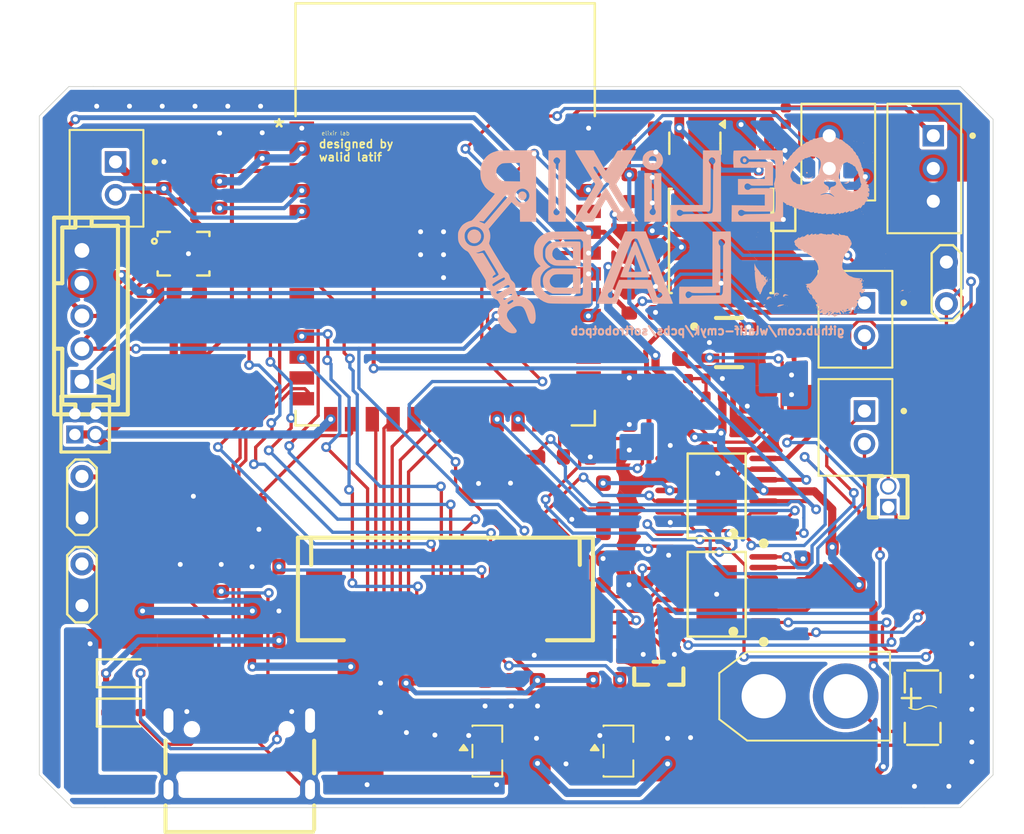
<source format=kicad_pcb>
(kicad_pcb (version 20241229) (generator "pcbnew") (generator_version "9.0")
  (layers (0 "F.Cu" signal) (4 "In1.Cu" signal) (6 "In2.Cu" signal) (2 "B.Cu" signal) (13 "F.Paste" user) (15 "B.Paste" user) (5 "F.SilkS" user "F.Silkscreen") (7 "B.SilkS" user "B.Silkscreen") (1 "F.Mask" user) (3 "B.Mask" user) (25 "Edge.Cuts" user))
  (net 0 "")
  (net 1 "Net-(U14-FB)")
  (net 2 "+3.3V")
  (net 3 "GND")
  (net 4 "Net-(U4-CPH)")
  (net 5 "Net-(U4-CPL)")
  (net 6 "+7.6V")
  (net 7 "Net-(U4-VCP)")
  (net 8 "/EN")
  (net 9 "+2V8")
  (net 10 "+1V2")
  (net 11 "Net-(U14-LX)")
  (net 12 "Net-(U14-BS)")
  (net 13 "/I_SENSE_A")
  (net 14 "/I_SENSE_B")
  (net 15 "Net-(U5-CPH)")
  (net 16 "Net-(U5-CPL)")
  (net 17 "Net-(U5-VCP)")
  (net 18 "+5V")
  (net 19 "Net-(D2-Pad2)")
  (net 20 "Net-(J1-Pin_2)")
  (net 21 "/D-")
  (net 22 "/D+")
  (net 23 "Net-(Q4-S)")
  (net 24 "/RESET")
  (net 25 "/PWDN")
  (net 26 "Net-(R3-Pad2)")
  (net 27 "/LDR1")
  (net 28 "/LDR2")
  (net 29 "/SCL")
  (net 30 "/nFAULT_A")
  (net 31 "Net-(U4-nSLEEP)")
  (net 32 "Net-(U5-nSLEEP)")
  (net 33 "/S_PWM")
  (net 34 "Net-(U9-IO1)")
  (net 35 "/nFAULT_B")
  (net 36 "/SDA")
  (net 37 "Net-(R24-Pad2)")
  (net 38 "Net-(U9-IO45)")
  (net 39 "Net-(U9-IO46)")
  (net 45 "Net-(D3-Pad2)")
  (net 46 "Net-(D4-Pad2)")
  (net 47 "Net-(Q3-D)")
  (net 48 "/PMODE2")
  (net 49 "/PMODE1")
  (net 50 "/OUT1_A")
  (net 51 "/OUT2_A")
  (net 52 "/OUT2_B")
  (net 53 "/OUT1_B")
  (net 55 "/PCLK")
  (net 56 "/Y2")
  (net 57 "/XCLK")
  (net 59 "/Y8")
  (net 60 "/Y3")
  (net 62 "/Y9")
  (net 63 "/Y5")
  (net 64 "/Y6")
  (net 65 "/Y7")
  (net 66 "/HREF")
  (net 67 "/VSYNC")
  (net 68 "/Y4")
  (net 69 "/XSHUT")
  (net 70 "Net-(USB1-CC1)")
  (net 71 "Net-(USB1-CC2)")
  (net 72 "/IN1_A")
  (net 73 "/IN2_A")
  (net 74 "/IN2_B")
  (net 75 "/IN1_B")
  (net 77 "/BOOT")
  (footprint "PCM_JLCPCB:C_0603" (layer "F.Cu") (at 66.8 59.62 90)
    (property "Reference" "C13" (hide yes))
    (property "Value" "1uF" (hide yes))
  )
  (footprint "PCM_JLCPCB:R_0603" (layer "F.Cu") (at 91.8 74.38 90)
    (property "Reference" "R27" (hide yes))
    (property "Value" "5.1kΩ" (hide yes))
  )
  (footprint "easyeda2kicad:JST_B3B-PH-K-S" (layer "F.Cu") (at 109.8 61 90)
    (property "Reference" "J3" (hide yes))
    (property "Value" "Conn_01x03" (hide yes))
  )
  (footprint "PCM_JLCPCB:C_0603" (layer "F.Cu") (at 86.2 93.02 -90)
    (property "Reference" "C16" (hide yes))
    (property "Value" "2.2uF" (hide yes))
  )
  (footprint "PCM_JLCPCB:C_0603" (layer "F.Cu") (at 91 83.2 180)
    (property "Reference" "C15" (hide yes))
    (property "Value" "10uF" (hide yes))
  )
  (footprint "PCM_JLCPCB:C_0603" (layer "F.Cu") (at 87.9375 96.55 -90)
    (property "Reference" "C19" (hide yes))
    (property "Value" "1uF" (hide yes))
  )
  (footprint "PCM_JLCPCB:C_0603" (layer "F.Cu") (at 100.4 74.8 -90)
    (property "Reference" "C14" (hide yes))
    (property "Value" "10uF" (hide yes))
  )
  (footprint "PCM_JLCPCB:R_0603" (layer "F.Cu") (at 69.2 82.2 90)
    (property "Reference" "R26" (hide yes))
    (property "Value" "10kΩ" (hide yes))
  )
  (footprint "PCM_JLCPCB:R_0603" (layer "F.Cu") (at 105.75 64 180)
    (property "Reference" "R11" (hide yes))
    (property "Value" "4.7kΩ" (hide yes))
  )
  (footprint "PCM_JLCPCB:R_0603" (layer "F.Cu") (at 66.9 85.98 -90)
    (property "Reference" "R33" (hide yes))
    (property "Value" "5.1kΩ" (hide yes))
  )
  (footprint "PCM_JLCPCB:C_0603" (layer "F.Cu") (at 86.1375 96.55 90)
    (property "Reference" "C20" (hide yes))
    (property "Value" "1uF" (hide yes))
  )
  (footprint "PCM_JLCPCB:C_0603" (layer "F.Cu") (at 87 83.6 -90)
    (property "Reference" "C28" (hide yes))
    (property "Value" "22nF" (hide yes))
  )
  (footprint "lsm:USB-C-SMD_TYPE-C-6PIN-2MD-073" (layer "F.Cu") (at 68 96.5175)
    (property "Reference" "USB1" (hide yes))
    (property "Value" "TYPE-C 16PIN 2MD(073)" (hide yes))
  )
  (footprint "PCM_JLCPCB:C_0603" (layer "F.Cu") (at 94.1375 96.55 90)
    (property "Reference" "C18" (hide yes))
    (property "Value" "1uF" (hide yes))
  )
  (footprint "PCM_JLCPCB:R_0603" (layer "F.Cu") (at 95.5375 96.55 90)
    (property "Reference" "R22" (hide yes))
    (property "Value" "10kΩ" (hide yes))
  )
  (footprint "PCM_JLCPCB:R_0603" (layer "F.Cu") (at 60.4 85.82 -90)
    (property "Reference" "R3" (hide yes))
    (property "Value" "4.7kΩ" (hide yes))
  )
  (footprint "Package_TO_SOT_SMD:SOT-23-3" (layer "F.Cu") (at 83.1375 96.55)
    (property "Reference" "U12" (hide yes))
    (property "Value" "XC6206P282MR" (hide yes))
  )
  (footprint "PCM_JLCPCB:R_0603" (layer "F.Cu") (at 65.2 61.4 90)
    (property "Reference" "R12" (hide yes))
    (property "Value" "10kΩ")
  )
  (footprint "PCM_JLCPCB:R_0603" (layer "F.Cu") (at 60.475 80.64 90)
    (property "Reference" "R24" (hide yes))
    (property "Value" "4.7kΩ" (hide yes))
  )
  (footprint "PCM_JLCPCB:R_0603" (layer "F.Cu") (at 63.4 61.4 90)
    (property "Reference" "R10" (hide yes))
    (property "Value" "10kΩ" (hide yes))
  )
  (footprint "PCM_JLCPCB:R_0603" (layer "F.Cu") (at 69.6 88)
    (property "Reference" "R31" (hide yes))
    (property "Value" "33kΩ")
  )
  (footprint "PCM_JLCPCB:C_0603" (layer "F.Cu") (at 83 93.02 -90)
    (property "Reference" "C26" (hide yes))
    (property "Value" "2.2uF" (hide yes))
  )
  (footprint "PCM_JLCPCB:R_0603" (layer "F.Cu") (at 91.8 69 -90)
    (property "Reference" "R13" (hide yes))
    (property "Value" "10kΩ" (hide yes))
  )
  (footprint "PCM_JLCPCB:D_SOD-323" (layer "F.Cu") (at 60.925 91.8)
    (property "Reference" "D4" (hide yes))
    (property "Value" "1N5819WS" (hide yes))
  )
  (footprint "PCM_JLCPCB:C_0603" (layer "F.Cu") (at 77.4 94.2 180)
    (property "Reference" "C25" (hide yes))
    (property "Value" "2.2uF" (hide yes))
  )
  (footprint "PCM_JLCPCB:R_0603" (layer "F.Cu") (at 91.8 65.6 -90)
    (property "Reference" "R8" (hide yes))
    (property "Value" "10K" (hide yes))
  )
  (footprint "Connector_AMASS:AMASS_XT30U-F_1x02_P5.0mm_Vertical" (layer "F.Cu") (at 100 93.2)
    (property "Reference" "J1" (hide yes))
    (property "Value" "Connector" (hide yes))
  )
  (footprint "PCM_JLCPCB:C_0603" (layer "F.Cu") (at 91 80.2)
    (property "Reference" "C29" (hide yes))
    (property "Value" "100nF" (hide yes))
  )
  (footprint "PCM_JLCPCB:C_0603" (layer "F.Cu") (at 102.4 85.6 90)
    (property "Reference" "C11" (hide yes))
    (property "Value" "100nF" (hide yes))
  )
  (footprint "PCM_JLCPCB:C_0603" (layer "F.Cu") (at 86.2 79.4 90)
    (property "Reference" "C22" (hide yes))
    (property "Value" "10nF" (hide yes))
  )
  (footprint "PCM_JLCPCB:C_0603" (layer "F.Cu") (at 99.4 58.32)
    (property "Reference" "C5" (hide yes))
    (property "Value" "22uF" (hide yes))
  )
  (footprint "PCM_JLCPCB:R_0603" (layer "F.Cu") (at 105 86.4 180)
    (property "Reference" "R16" (hide yes))
    (property "Value" "4.7kΩ" (hide yes))
  )
  (footprint "PCM_JLCPCB:C_0603" (layer "F.Cu") (at 93.4 69 -90)
    (property "Reference" "C10" (hide yes))
    (property "Value" "22uF" (hide yes))
  )
  (footprint "PCM_JLCPCB:C_0603" (layer "F.Cu") (at 78.2 96.2 90)
    (property "Reference" "C24" (hide yes))
    (property "Value" "2.2uF" (hide yes))
  )
  (footprint "PCM_JLCPCB:C_0603" (layer "F.Cu") (at 79.9375 96.35 90)
    (property "Reference" "C17" (hide yes))
    (property "Value" "1uF" (hide yes))
  )
  (footprint "PCM_JLCPCB:R_0603" (layer "F.Cu") (at 66.8 62.6 -90)
    (property "Reference" "R21" (hide yes))
    (property "Value" "10kΩ" (hide yes))
  )
  (footprint "PCM_JLCPCB:R_0603" (layer "F.Cu") (at 69.6 89.8 180)
    (property "Reference" "R32" (hide yes))
    (property "Value" "18kΩ")
  )
  (footprint "PCM_JLCPCB:C_0603" (layer "F.Cu") (at 98.98 74.72 90)
    (property "Reference" "C8" (hide yes))
    (property "Value" "10uF" (hide yes))
  )
  (footprint "PCM_JLCPCB:C_0603" (layer "F.Cu") (at 94.8875 71.82 -90)
    (property "Reference" "C21" (hide yes))
    (property "Value" "100nF" (hide yes))
  )
  (footprint "PCM_JLCPCB:R_0603" (layer "F.Cu") (at 82.6 79.4 -90)
    (property "Reference" "R15" (hide yes))
    (property "Value" "4.7kΩ" (hide yes))
  )
  (footprint "PCM_JLCPCB:R_0603" (layer "F.Cu") (at 95.8 65.8)
    (property "Reference" "R7" (hide yes))
    (property "Value" "10K" (hide yes))
  )
  (footprint "PCM_JLCPCB:R_0603" (layer "F.Cu") (at 105 84.15 180)
    (property "Reference" "R17" (hide yes))
    (property "Value" "4.7kΩ" (hide yes))
  )
  (footprint "PCM_JLCPCB:C_0603" (layer "F.Cu") (at 77.4 92.4 180)
    (property "Reference" "C23" (hide yes))
    (property "Value" "2.2uF" (hide yes))
  )
  (footprint "PCM_JLCPCB:R_0603" (layer "F.Cu") (at 102.8 64.8 90)
    (property "Reference" "R9" (hide yes))
    (property "Value" "10kΩ" (hide yes))
  )
  (footprint "easyeda2kicad:SOT-23_L2.9-W1.3-P1.90-LS2.4-BR" (layer "F.Cu") (at 93.6 91.8 90)
    (property "Reference" "Q3" (hide yes))
    (property "Value" "AO3401A" (hide yes))
  )
  (footprint "PCM_JLCPCB:R_0603" (layer "F.Cu") (at 88.6 78.6 180)
    (property "Reference" "R25" (hide yes))
    (property "Value" "10kΩ" (hide yes))
  )
  (footprint "lsm:LGA-14L_L3.0-W2.5-P0.50-TL" (layer "F.Cu") (at 64.6 66.2)
    (property "Reference" "AC1" (hide yes))
    (property "Value" "LSM6DSOXTR" (hide yes))
  )
  (footprint "PCM_JLCPCB:C_0603" (layer "F.Cu") (at 91 84.8 180)
    (property "Reference" "C30" (hide yes))
    (property "Value" "100nF" (hide yes))
  )
  (footprint "easyeda2kicad:HDR-TH_2P-P1.27-V-M" (layer "F.Cu") (at 107.6 81.03 90)
    (property "Reference" "J5" (hide yes))
    (property "Value" "Conn_01x02_Pin" (hide yes))
  )
  (footprint "PCM_JLCPCB:C_0603" (layer "F.Cu") (at 64.8 68.6 180)
    (property "Reference" "C34" (hide yes))
    (property "Value" "100nF" (hide yes))
  )
  (footprint "easyeda2kicad:HTSSOP-16_L5.0-W4.4-P0.65-LS6.4-BL-EP" (layer "F.Cu") (at 97.13 86.98 90)
    (property "Reference" "U4" (hide yes))
    (property "Value" "DRV8874PWPR" (hide yes))
  )
  (footprint "easyeda2kicad:JST_B2B-PH-K-S" (layer "F.Cu") (at 105.6 70.2 90)
    (property "Reference" "J7" (hide yes))
    (property "Value" "Screw_Terminal_01x02" (hide yes))
  )
  (footprint "PCM_JLCPCB:R_0603" (layer "F.Cu") (at 84.55 79.38 -90)
    (property "Reference" "R14" (hide yes))
    (property "Value" "4.7kΩ" (hide yes))
  )
  (footprint "PCM_JLCPCB:C_0603" (layer "F.Cu") (at 84.6 93.02 -90)
    (property "Reference" "C31" (hide yes))
    (property "Value" "2.2uF" (hide yes))
  )
  (footprint "PCM_JLCPCB:R_0402" (layer "F.Cu") (at 96.98 73.82)
    (property "Reference" "R6" (hide yes))
    (property "Value" "22kΩ" (hide yes))
  )
  (footprint "PCM_JLCPCB:C_0402" (layer "F.Cu") (at 96.98 74.92 180)
    (property "Reference" "C4" (hide yes))
    (property "Value" "220pF" (hide yes))
  )
  (footprint "lsm:CONN-SMD_L3.2-1.6" (layer "F.Cu") (at 65.2 73.2 -90)
    (property "Reference" "TP5" (hide yes))
    (property "Value" "TP_EN" (hide yes))
  )
  (footprint "PCM_JLCPCB:R_0603" (layer "F.Cu") (at 93.2 65.6 -90)
    (property "Reference" "R23" (hide yes))
    (property "Value" "4.7kΩ")
  )
  (footprint "PCM_JLCPCB:C_0603" (layer "F.Cu") (at 99.4 59.92)
    (property "Reference" "C6" (hide yes))
    (property "Value" "22uF" (hide yes))
  )
  (footprint "easyeda2kicad:CONN-TH_B5B-PH-K-S-LF-SN" (layer "F.Cu") (at 58.4 70 -90)
    (property "Reference" "J12" (hide yes))
    (property "Value" "B5B-PH-K-S-(LF)(SN)" (hide yes))
  )
  (footprint "PCM_JLCPCB:R_0603" (layer "F.Cu") (at 91.8 62.2 -90)
    (property "Reference" "R20" (hide yes))
    (property "Value" "4.7kΩ" (hide yes))
  )
  (footprint "easyeda2kicad:JST_B2B-PH-K-S" (layer "F.Cu") (at 104.55 60 -90)
    (property "Reference" "J9" (hide yes))
    (property "Value" "Screw_Terminal_01x02" (hide yes))
  )
  (footprint "PCM_JLCPCB:R_0402" (layer "F.Cu") (at 101.35 57.8 90)
    (property "Reference" "R18" (hide yes))
    (property "Value" "200Ω" (hide yes))
  )
  (footprint "PCM_JLCPCB:C_0603" (layer "F.Cu") (at 91 81.8 180)
    (property "Reference" "C12" (hide yes))
    (property "Value" "100nF" (hide yes))
  )
  (footprint "PCM_JLCPCB:D_0603" (layer "F.Cu") (at 101.2 63.32 90)
    (property "Reference" "D2" (hide yes))
    (property "Value" "Red" (hide yes))
  )
  (footprint "easyeda2kicad:IND-SMD_L6.0-W6.0" (layer "F.Cu") (at 97.4 65.42 -90)
    (property "Reference" "L1" (hide yes))
    (property "Value" "6.8uH" (hide yes))
  )
  (footprint "easyeda2kicad:JST_B2B-PH-K-S" (layer "F.Cu") (at 105.6 76.8 90)
    (property "Reference" "J6" (hide yes))
    (property "Value" "Screw_Terminal_01x02" (hide yes))
  )
  (footprint "PCM_JLCPCB:C_0603" (layer "F.Cu") (at 91.8 77.4 -90)
    (property "Reference" "C32" (hide yes))
    (property "Value" "10uF" (hide yes))
  )
  (footprint "PCM_JLCPCB:Q_SOT-23" (layer "F.Cu") (at 95.8 59.46 -90)
    (property "Reference" "Q4" (hide yes))
    (property "Value" "AO3400A" (hide yes))
  )
  (footprint "PCM_JLCPCB:R_0603" (layer "F.Cu") (at 90.4 92.2)
    (property "Reference" "R1" (hide yes))
    (property "Value" "10kΩ" (hide yes))
  )
  (footprint "easyeda2kicad:ESP32-S3-WROOM-1_EXP" (layer "F.Cu") (at 80.565 63.8)
    (property "Reference" "U9" (hide yes))
    (property "Value" "ESP32-S3-WROOM-1-N16R8" (hide yes))
  )
  (footprint "PCM_JLCPCB:C_0603" (layer "F.Cu") (at 91 86.4)
    (property "Reference" "C9" (hide yes))
    (property "Value" "100nF" (hide yes))
  )
  (footprint "PCM_JLCPCB:C_0603" (layer "F.Cu") (at 92.6 58.6 180)
    (property "Reference" "C27" (hide yes))
    (property "Value" "10nF" (hide yes))
  )
  (footprint "easyeda2kicad:FPC-SMD_AFC07-S24ECA-00" (layer "F.Cu") (at 80.58 88.3275 180)
    (property "Reference" "J8" (hide yes))
    (property "Value" "Conn_01x24_Socket" (hide yes))
  )
  (footprint "PCM_JLCPCB:R_0603" (layer "F.Cu") (at 69.6 85.3 180)
    (property "Reference" "R2" (hide yes))
    (property "Value" "10kΩ" (hide yes))
  )
  (footprint "easyeda2kicad:F1206" (layer "F.Cu") (at 109.7 93.9 90)
    (property "Reference" "F1" (hide yes))
    (property "Value" "BHFUSE BSMD1206C-1700T" (hide yes))
  )
  (footprint "easyeda2kicad:JST_B2B-PH-K-S" (layer "F.Cu") (at 59.9 61.6 90)
    (property "Reference" "J10" (hide yes))
    (property "Value" "Screw_Terminal_01x02" (hide yes))
  )
  (footprint "easyeda2kicad:HDR-TH_4P-P1.27-V-M-R2-C2-S1.27_MH127V-12-04-0820" (layer "F.Cu") (at 58.6 76.6)
    (property "Reference" "U1" (hide yes))
    (property "Value" "PZ127-2-02-Z" (hide yes))
  )
  (footprint "PCM_JLCPCB:R_0603" (layer "F.Cu") (at 64.4 85.98 90)
    (property "Reference" "R30" (hide yes))
    (property "Value" "5.1kΩ" (hide yes))
  )
  (footprint "TestPoint:TestPoint_2Pads_Pitch2.54mm_Drill0.8mm" (layer "F.Cu") (at 58.4 79.79 -90)
    (property "Reference" "TP4" (hide yes))
    (property "Value" "TestPoint_2Pole" (hide yes))
  )
  (footprint "PCM_JLCPCB:C_0603" (layer "F.Cu") (at 69.4 59.6 90)
    (property "Reference" "C35" (hide yes))
    (property "Value" "100nF" (hide yes))
  )
  (footprint "Package_TO_SOT_SMD:SOT-23-3" (layer "F.Cu") (at 91.1375 96.55)
    (property "Reference" "U13" (hide yes))
    (property "Value" "XC6206P122MR" (hide yes))
  )
  (footprint "lsm:CONN-SMD_L3.2-1.6" (layer "F.Cu") (at 65.2 81 -90)
    (property "Reference" "TP1" (hide yes))
    (property "Value" "TP_GND" (hide yes))
  )
  (footprint "PCM_JLCPCB:C_0603" (layer "F.Cu") (at 90.2 88.8 90)
    (property "Reference" "C7" (hide yes))
    (property "Value" "22nF" (hide yes))
  )
  (footprint "PCM_JLCPCB:R_0402" (layer "F.Cu") (at 100.2 61.12)
    (property "Reference" "R4" (hide yes))
    (property "Value" "200Ω" (hide yes))
  )
  (footprint "easyeda2kicad:HTSSOP-16_L5.0-W4.4-P0.65-LS6.4-BL-EP" (layer "F.Cu") (at 97.13 80.975 90)
    (property "Reference" "U5" (hide yes))
    (property "Value" "DRV8874PWPR" (hide yes))
  )
  (footprint "easyeda2kicad:TSOT-23-6_L2.9-W1.6-P0.95-LS2.8-BL" (layer "F.Cu") (at 97.8875 71.62 -90)
    (property "Reference" "U14" (hide yes))
    (property "Value" "SY8113IADC" (hide yes))
  )
  (footprint "PCM_JLCPCB:C_0603" (layer "F.Cu") (at 93.2 62.32 -90)
    (property "Reference" "C33" (hide yes))
    (property "Value" "22uF" (hide yes))
  )
  (footprint "PCM_JLCPCB:R_0603" (layer "F.Cu") (at 92.6 60)
    (property "Reference" "R19" (hide yes))
    (property "Value" "4.7kΩ" (hide yes))
  )
  (footprint "PCM_JLCPCB:R_0402" (layer "F.Cu") (at 95.38 74.32 90)
    (property "Reference" "R5" (hide yes))
    (property "Value" "100kΩ" (hide yes))
  )
  (footprint "TestPoint:TestPoint_2Pads_Pitch2.54mm_Drill0.8mm" (layer "F.Cu") (at 58.4 87.67 90)
    (property "Reference" "TP3" (hide yes))
    (property "Value" "TestPoint_2Pole" (hide yes))
  )
  (footprint "PCM_JLCPCB:D_SOD-323" (layer "F.Cu") (at 60.925 94.2)
    (property "Reference" "D3" (hide yes))
    (property "Value" "1N5819WS" (hide yes))
  )
  (footprint "TestPoint:TestPoint_2Pads_Pitch2.54mm_Drill0.8mm" (layer "F.Cu") (at 111.15 69.25 90)
    (property "Reference" "TP2" (hide yes))
    (property "Value" "TestPoint_2Pole" (hide yes))
  )
  (footprint "LOGO" (layer "B.Cu") (at 104.287135 64.726883 180)
    (property "Reference" "G***" (hide yes))
    (property "Value" "LOGO" (hide yes))
  )
  (footprint "LOGO" (layer "B.Cu") (at 91.2 65.4 180)
    (property "Reference" "G***" (hide yes))
    (property "Value" "LOGO" (hide yes))
  )
  (gr_line (start 55.8 98) (end 57.8 100) (stroke (width 0.05)) (layer "Edge.Cuts"))
  (gr_line (start 57.6 56) (end 59.1 56) (stroke (width 0.05)) (layer "Edge.Cuts"))
  (gr_line (start 108.4 100) (end 109.8 100) (stroke (width 0.05)) (layer "Edge.Cuts"))
  (gr_line (start 57.6 56) (end 55.8 57.8) (stroke (width 0.05)) (layer "Edge.Cuts"))
  (gr_line (start 114 58) (end 114 97.6) (stroke (width 0.05)) (layer "Edge.Cuts"))
  (gr_line (start 57.8 100) (end 59.8 100) (stroke (width 0.05)) (layer "Edge.Cuts"))
  (gr_line (start 112 100) (end 114 98) (stroke (width 0.05)) (layer "Edge.Cuts"))
  (gr_line (start 108.4 100) (end 59.8 100) (stroke (width 0.05)) (layer "Edge.Cuts"))
  (gr_line (start 55.8 57.8) (end 55.8 98) (stroke (width 0.05)) (layer "Edge.Cuts"))
  (gr_line (start 112 56) (end 59.1 56) (stroke (width 0.05)) (layer "Edge.Cuts"))
  (gr_line (start 114 58) (end 112 56) (stroke (width 0.05)) (layer "Edge.Cuts"))
  (gr_line (start 109.8 100) (end 112 100) (stroke (width 0.05)) (layer "Edge.Cuts"))
  (gr_line (start 114 97.6) (end 114 98) (stroke (width 0.05)) (layer "Edge.Cuts"))
  (gr_text "elixir lab" (at 73 59 0) (layer "F.SilkS") (effects (font (size 0.25 0.25) (thickness 0.03125)) (justify left bottom)))
  (gr_text "designed by \nwalid latif" (at 72.8 60.6 0) (layer "F.SilkS") (effects (font (size 0.5 0.5) (thickness 0.1)) (justify left bottom)))
  (gr_text "github.com/wlatif-cmyk/pcbs/softrobotpcb" (at 105 71.2 -0) (layer "B.SilkS") (effects (font (size 0.5 0.5) (thickness 0.125) (bold yes)) (justify left bottom mirror)))
  (segment (start 99.4344 77.7) (end 97 77.7) (width 0.2) (layer "F.Cu") (net 1))
  (segment (start 96.1 75.3) (end 96.48 74.92) (width 0.2) (layer "F.Cu") (net 1))
  (segment (start 96.48 73.82) (end 96.48 74.92) (width 0.2) (layer "F.Cu") (net 1))
  (segment (start 96.6875 72.5585) (end 96.7 72.546) (width 0.2) (layer "F.Cu") (net 1))
  (segment (start 96.6875 72.57) (end 96.6875 72.5585) (width 0.2) (layer "F.Cu") (net 1))
  (segment (start 97 77.7) (end 96.1 76.8) (width 0.2) (layer "F.Cu") (net 1))
  (segment (start 95.38 73.82) (end 96.48 73.82) (width 0.2) (layer "F.Cu") (net 1))
  (segment (start 101.126 76.0084) (end 99.4344 77.7) (width 0.2) (layer "F.Cu") (net 1))
  (segment (start 101.126 72.826) (end 101.126 76.0084) (width 0.2) (layer "F.Cu") (net 1))
  (segment (start 100.9 72.6) (end 101.126 72.826) (width 0.2) (layer "F.Cu") (net 1))
  (segment (start 96.1 76.8) (end 96.1 75.3) (width 0.2) (layer "F.Cu") (net 1))
  (via (at 96.7 72.546) (size 0.6) (drill 0.3) (layers "F.Cu" "B.Cu") (net 1))
  (via (at 100.9 72.6) (size 0.6) (drill 0.3) (layers "F.Cu" "B.Cu") (net 1))
  (segment (start 100.846 72.546) (end 100.9 72.6) (width 0.2) (layer "B.Cu") (net 1))
  (segment (start 96.7 72.546) (end 100.846 72.546) (width 0.2) (layer "B.Cu") (net 1))
  (segment (start 104.634484 85.524) (end 106.7 87.589516) (width 0.5) (layer "F.Cu") (net 2))
  (segment (start 64 73.202462) (end 64 69.476) (width 0.5) (layer "F.Cu") (net 2))
  (segment (start 100 86.65) (end 102.13 86.65) (width 0.5) (layer "F.Cu") (net 2))
  (segment (start 65.62 64.52) (end 65.2 64.1) (width 0.38) (layer "F.Cu") (net 2))
  (segment (start 65.62 64.64) (end 65.62 64.52) (width 0.38) (layer "F.Cu") (net 2))
  (segment (start 105.7 99.1) (end 96.9 99.1) (width 0.5) (layer "F.Cu") (net 2))
  (segment (start 66.032 64.64) (end 65.62 64.64) (width 0.38) (layer "F.Cu") (net 2))
  (segment (start 102.13 86.65) (end 102.4 86.38) (width 0.5) (layer "F.Cu") (net 2))
  (segment (start 103.092364 80.701) (end 104.18 81.788636) (width 0.5) (layer "F.Cu") (net 2))
  (segment (start 64.1 67.23832) (end 63.229 68.10932) (width 0.38) (layer "F.Cu") (net 2))
  (segment (start 63.229 68.10932) (end 63.229 69.09068) (width 0.38) (layer "F.Cu") (net 2))
  (segment (start 103.38 85.4) (end 104.82 85.4) (width 0.5) (layer "F.Cu") (net 2))
  (segment (start 103.725516 85.524) (end 104.634484 85.524) (width 0.5) (layer "F.Cu") (net 2))
  (segment (start 97.5 74.9) (end 97.48 74.92) (width 0.2) (layer "F.Cu") (net 2))
  (segment (start 65.58 68.6) (end 65.77 68.41) (width 0.38) (layer "F.Cu") (net 2))
  (segment (start 59.23 77.23) (end 59.972462 77.23) (width 0.5) (layer "F.Cu") (net 2))
  (segment (start 60.45 60.6) (end 62.871 63.021) (width 0.5) (layer "F.Cu") (net 2))
  (segment (start 100 80.645) (end 100.056 80.701) (width 0.5) (layer "F.Cu") (net 2))
  (segment (start 100.056 80.701) (end 103.092364 80.701) (width 0.5) (layer "F.Cu") (net 2))
  (segment (start 90.513643 66.999261) (end 90.619261 66.999261) (width 0.5) (layer "F.Cu") (net 2))
  (segment (start 95.02 74.82) (end 93.4 73.2) (width 0.5) (layer "F.Cu") (net 2))
  (segment (start 104.18 84.1) (end 104.18 84.15) (width 0.5) (layer "F.Cu") (net 2))
  (segment (start 68.78 91.38) (end 68.8 91.4) (width 0.5) (layer "F.Cu") (net 2))
  (segment (start 100 86.65) (end 102.599516 86.65) (width 0.5) (layer "F.Cu") (net 2))
  (segment (start 65.2 62.22) (end 66.36 62.22) (width 0.38) (layer "F.Cu") (net 2))
  (segment (start 65.62 64.64) (end 65.1 65.16) (width 0.38) (layer "F.Cu") (net 2))
  (segment (start 95.38 74.82) (end 95.02 74.82) (width 0.5) (layer "F.Cu") (net 2))
  (segment (start 63.55432 69.416) (end 64.764 69.416) (width 0.38) (layer "F.Cu") (net 2))
  (segment (start 61.351 79.351) (end 61.351 80.584) (width 0.5) (layer "F.Cu") (net 2))
  (segment (start 86.1375 97.33) (end 86.17 97.33) (width 0.5) (layer "F.Cu") (net 2))
  (segment (start 107.3 97.5) (end 105.7 99.1) (width 0.5) (layer "F.Cu") (net 2))
  (segment (start 66.361 66.931) (end 66.361 64.969) (width 0.38) (layer "F.Cu") (net 2))
  (segment (start 95.8 60.4) (end 95.8 60.5) (width 0.5) (layer "F.Cu") (net 2))
  (segment (start 61.351 80.584) (end 60.475 81.46) (width 0.5) (layer "F.Cu") (net 2))
  (segment (start 97.48 74.92) (end 97.48 77.07) (width 0.5) (layer "F.Cu") (net 2))
  (segment (start 95.5375 97.7375) (end 95.5375 97.37) (width 0.5) (layer "F.Cu") (net 2))
  (segment (start 93.2 64.78) (end 93.2 64.8) (width 0.3) (layer "F.Cu") (net 2))
  (segment (start 95.38 76.98) (end 95.8 77.4) (width 0.5) (layer "F.Cu") (net 2))
  (segment (start 65.77 68.41) (end 65.77 66.95) (width 0.38) (layer "F.Cu") (net 2))
  (segment (start 90.619261 66.999261) (end 91.8 68.18) (width 0.5) (layer "F.Cu") (net 2))
  (segment (start 102.4 86.38) (end 103.38 85.4) (width 0.5) (layer "F.Cu") (net 2))
  (segment (start 65.1 65.16) (end 65.1 65.27) (width 0.38) (layer "F.Cu") (net 2))
  (segment (start 104.18 81.788636) (end 104.18 84.1) (width 0.5) (layer "F.Cu") (net 2))
  (segment (start 65.77 66.95) (end 66.342 66.95) (width 0.38) (layer "F.Cu") (net 2))
  (segment (start 64.399 63.021) (end 65.2 62.22) (width 0.5) (layer "F.Cu") (net 2))
  (segment (start 97.48 77.07) (end 97.4 77.15) (width 0.5) (layer "F.Cu") (net 2))
  (segment (start 57.97 77.23) (end 59.23 77.23) (width 0.5) (layer "F.Cu") (net 2))
  (segment (start 86.17 97.33) (end 86.2 97.3) (width 0.5) (layer "F.Cu") (net 2))
  (segment (start 106.7 87.589516) (end 106.7 91.35) (width 0.5) (layer "F.Cu") (net 2))
  (segment (start 63.229 69.09068) (end 63.55432 69.416) (width 0.38) (layer "F.Cu") (net 2))
  (segment (start 59.972462 77.23) (end 64 73.202462) (width 0.5) (layer "F.Cu") (net 2))
  (segment (start 64.1 67.13) (end 64.1 67.23832) (width 0.38) (layer "F.Cu") (net 2))
  (segment (start 104.82 85.4) (end 105.82 86.4) (width 0.5) (layer "F.Cu") (net 2))
  (segment (start 68.78 88) (end 68.8 88) (width 0.5) (layer "F.Cu") (net 2))
  (segment (start 66.342 66.95) (end 66.361 66.931) (width 0.38) (layer "F.Cu") (net 2))
  (segment (start 64.764 69.416) (end 65.58 68.6) (width 0.38) (layer "F.Cu") (net 2))
  (segment (start 95.38 74.82) (end 95.38 76.98) (width 0.5) (layer "F.Cu") (net 2))
  (segment (start 62.871 63.021) (end 64.399 63.021) (width 0.5) (layer "F.Cu") (net 2))
  (segment (start 66.361 64.969) (end 66.032 64.64) (width 0.38) (layer "F.Cu") (net 2))
  (segment (start 68.78 89.8) (end 68.78 91.38) (width 0.5) (layer "F.Cu") (net 2))
  (segment (start 65.2 64.1) (end 65.2 62.22) (width 0.38) (layer "F.Cu") (net 2))
  (segment (start 93.4 73.2) (end 93.4 72.4) (width 0.5) (layer "F.Cu") (net 2))
  (segment (start 93.4 68.22) (end 93.4 68.2) (width 0.3) (layer "F.Cu") (net 2))
  (segment (start 66.36 62.22) (end 66.8 61.78) (width 0.38) (layer "F.Cu") (net 2))
  (segment (start 59.23 77.23) (end 61.351 79.351) (width 0.5) (layer "F.Cu") (net 2))
  (segment (start 102.599516 86.65) (end 103.725516 85.524) (width 0.5) (layer "F.Cu") (net 2))
  (segment (start 96.9 99.1) (end 95.5375 97.7375) (width 0.5) (layer "F.Cu") (net 2))
  (via (at 69.4 60.38) (size 0.6) (drill 0.3) (layers "F.Cu" "B.Cu") (net 2))
  (via (at 86.2 97.3) (size 0.6) (drill 0.3) (layers "F.Cu" "B.Cu") (net 2))
  (via (at 106.2 61.5) (size 0.6) (drill 0.3) (layers "F.Cu" "B.Cu") (net 2))
  (via (at 90.513643 66.999261) (size 0.6) (drill 0.3) (layers "F.Cu" "B.Cu") (net 2))
  (via (at 93.2 61.54) (size 0.6) (drill 0.3) (layers "F.Cu" "B.Cu") (net 2))
  (via (at 107.3 97.5) (size 0.6) (drill 0.3) (layers "F.Cu" "B.Cu") (net 2))
  (via (at 95.8 77.4) (size 0.6) (drill 0.3) (layers "F.Cu" "B.Cu") (net 2))
  (via (at 71.815 59.81) (size 0.6) (drill 0.3) (layers "F.Cu" "B.Cu") (net 2))
  (via (at 60.8 67.5) (size 0.6) (drill 0.3) (layers "F.Cu" "B.Cu") (net 2))
  (via (at 93.2 64.8) (size 0.6) (drill 0.3) (layers "F.Cu" "B.Cu") (net 2))
  (via (at 66.8 61.78) (size 0.6) (drill 0.3) (layers "F.Cu" "B.Cu") (net 2))
  (via (at 68.8 91.4) (size 0.6) (drill 0.3) (layers "F.Cu" "B.Cu") (net 2))
  (via (at 68.8 88) (size 0.6) (drill 0.3) (layers "F.Cu" "B.Cu") (net 2))
  (via (at 62.5 68.5) (size 0.6) (drill 0.3) (layers "F.Cu" "B.Cu") (net 2))
  (via (at 62.1 88) (size 0.6) (drill 0.3) (layers "F.Cu" "B.Cu") (net 2))
  (via (at 104.18 84.1) (size 0.6) (drill 0.3) (layers "F.Cu" "B.Cu") (net 2))
  (via (at 93.4 72.4) (size 0.6) (drill 0.3) (layers "F.Cu" "B.Cu") (net 2))
  (via (at 94.1375 97.33) (size 0.6) (drill 0.3) (layers "F.Cu" "B.Cu") (net 2))
  (via (at 106.7 91.35) (size 0.6) (drill 0.3) (layers "F.Cu" "B.Cu") (net 2))
  (via (at 83.7 98.6) (size 0.6) (drill 0.3) (layers "F.Cu" "B.Cu") (net 2))
  (via (at 74.8 91.4) (size 0.6) (drill 0.3) (layers "F.Cu" "B.Cu") (net 2))
  (via (at 94.98 65.8) (size 0.6) (drill 0.3) (layers "F.Cu" "B.Cu") (net 2))
  (via (at 73.58 76.3) (size 0.6) (drill 0.3) (layers "F.Cu" "B.Cu") (net 2))
  (via (at 100 80.645) (size 0.6) (drill 0.3) (layers "F.Cu" "B.Cu") (net 2))
  (via (at 97.4 77.15) (size 0.6) (drill 0.3) (layers "F.Cu" "B.Cu") (net 2))
  (via (at 93.4 68.2) (size 0.6) (drill 0.3) (layers "F.Cu" "B.Cu") (net 2))
  (via (at 75.8 98.6) (size 0.6) (drill 0.3) (layers "F.Cu" "B.Cu") (net 2))
  (via (at 105.82 86.4) (size 0.6) (drill 0.3) (layers "F.Cu" "B.Cu") (net 2))
  (via (at 58.9 90) (size 0.6) (drill 0.3) (layers "F.Cu" "B.Cu") (net 2))
  (via (at 98.62 58.32) (size 0.6) (drill 0.3) (layers "F.Cu" "B.Cu") (net 2))
  (segment (start 88 99.1) (end 92.3675 99.1) (width 0.5) (layer "B.Cu") (net 2))
  (segment (start 93.9 62.24) (end 93.9 64.1) (width 0.5) (layer "B.Cu") (net 2))
  (segment (start 61.8 68.5) (end 60.8 67.5) (width 0.5) (layer "B.Cu") (net 2))
  (segment (start 105.645 62.055) (end 106.2 61.5) (width 0.5) (layer "B.Cu") (net 2))
  (segment (start 62.5 68.5) (end 61.8 68.5) (width 0.5) (layer "B.Cu") (net 2))
  (segment (start 95.8 77.4) (end 97.15 77.4) (width 0.5) (layer "B.Cu") (net 2))
  (segment (start 93.2 64.8) (end 93.98 64.8) (width 0.5) (layer "B.Cu") (net 2))
  (segment (start 68.8 91.4) (end 74.8 91.4) (width 0.5) (layer "B.Cu") (net 2))
  (segment (start 98.62 58.32) (end 102.355 62.055) (width 0.5) (layer "B.Cu") (net 2))
  (segment (start 93.98 64.8) (end 94.98 65.8) (width 0.5) (layer "B.Cu") (net 2))
  (segment (start 93.2 61.54) (end 93.9 62.24) (width 0.5) (layer "B.Cu") (net 2))
  (segment (start 97.15 77.4) (end 97.4 77.15) (width 0.5) (layer "B.Cu") (net 2))
  (segment (start 93.4 72.4) (end 90.513643 69.513643) (width 0.5) (layer "B.Cu") (net 2))
  (segment (start 92.3675 99.1) (end 94.1375 97.33) (width 0.5) (layer "B.Cu") (net 2))
  (segment (start 69.4 60.38) (end 71.245 60.38) (width 0.5) (layer "B.Cu") (net 2))
  (segment (start 107.401 97.399) (end 107.3 97.5) (width 0.5) (layer "B.Cu") (net 2))
  (segment (start 97.4 77.15) (end 97.4 78.045) (width 0.5) (layer "B.Cu") (net 2))
  (segment (start 66.8 61.78) (end 68 61.78) (width 0.5) (layer "B.Cu") (net 2))
  (segment (start 97.4 78.045) (end 100 80.645) (width 0.5) (layer "B.Cu") (net 2))
  (segment (start 104.18 84.1) (end 104.18 84.76) (width 0.5) (layer "B.Cu") (net 2))
  (segment (start 93.4 68.2) (end 93.4 67.38) (width 0.5) (layer "B.Cu") (net 2))
  (segment (start 68 61.78) (end 69.4 60.38) (width 0.5) (layer "B.Cu") (net 2))
  (segment (start 104.18 84.76) (end 105.82 86.4) (width 0.5) (layer "B.Cu") (net 2))
  (segment (start 90.513643 69.513643) (end 90.513643 66.999261) (width 0.5) (layer "B.Cu") (net 2))
  (segment (start 107.401 92.051) (end 107.401 97.399) (width 0.5) (layer "B.Cu") (net 2))
  (segment (start 106.7 91.35) (end 107.401 92.051) (width 0.5) (layer "B.Cu") (net 2))
  (segment (start 93.9 64.1) (end 93.2 64.8) (width 0.5) (layer "B.Cu") (net 2))
  (segment (start 68.8 88) (end 62.1 88) (width 0.5) (layer "B.Cu") (net 2))
  (segment (start 73.58 76.3) (end 72.65 77.23) (width 0.5) (layer "B.Cu") (net 2))
  (segment (start 71.245 60.38) (end 71.815 59.81) (width 0.5) (layer "B.Cu") (net 2))
  (segment (start 93.4 67.38) (end 94.98 65.8) (width 0.5) (layer "B.Cu") (net 2))
  (segment (start 72.65 77.23) (end 59.23 77.23) (width 0.5) (layer "B.Cu") (net 2))
  (segment (start 86.2 97.3) (end 88 99.1) (width 0.5) (layer "B.Cu") (net 2))
  (segment (start 93.2 64.8) (end 93.4 64.8) (width 0.3) (layer "B.Cu") (net 2))
  (segment (start 102.355 62.055) (end 105.645 62.055) (width 0.5) (layer "B.Cu") (net 2))
  (segment (start 94.26 78.695) (end 94.26 77.94) (width 0.2) (layer "F.Cu") (net 3))
  (segment (start 85.83 90.53) (end 86 90.7) (width 0.2) (layer "F.Cu") (net 3))
  (segment (start 93.12 63.02) (end 93.2 63.1) (width 0.3) (layer "F.Cu") (net 3))
  (segment (start 102.8 65.62) (end 102.71 65.62) (width 0.3) (layer "F.Cu") (net 3))
  (segment (start 77 91.6) (end 76.62 91.98) (width 0.2) (layer "F.Cu") (net 3))
  (segment (start 66.199 93.3365) (end 66.25 93.3875) (width 0.2) (layer "F.Cu") (net 3))
  (segment (start 91.88 63.1) (end 91.8 63.02) (width 0.3) (layer "F.Cu") (net 3))
  (segment (start 93.42 60) (end 93.42 58.64) (width 0.25) (layer "F.Cu") (net 3))
  (segment (start 72.32 98.8975) (end 72.0625 98.8975) (width 0.2) (layer "F.Cu") (net 3))
  (segment (start 64.02 68.6) (end 64.6 68.02) (width 0.3) (layer "F.Cu") (net 3))
  (segment (start 94.25 90.65) (end 94.55 90.65) (width 0.25) (layer "F.Cu") (net 3))
  (segment (start 102.4 84.82) (end 101.87 85.35) (width 0.2) (layer "F.Cu") (net 3))
  (segment (start 94.295 82.605) (end 94.3 82.6) (width 0.2) (layer "F.Cu") (net 3))
  (segment (start 66.25 93.3875) (end 66.25 94.1375) (width 0.2) (layer "F.Cu") (net 3))
  (segment (start 98.98 75.5) (end 99 75.5) (width 0.3) (layer "F.Cu") (net 3))
  (segment (start 101.28 59.92) (end 101.3 59.9) (width 0.3) (layer "F.Cu") (net 3))
  (segment (start 94.26 84.66) (end 94.2 84.6) (width 0.2) (layer "F.Cu") (net 3))
  (segment (start 94.26 84.7) (end 94.26 84.66) (width 0.2) (layer "F.Cu") (net 3))
  (segment (start 94.26 88.61) (end 93.574261 88.61) (width 0.25) (layer "F.Cu") (net 3))
  (segment (start 72.0625 98.8975) (end 69.25 96.085) (width 0.2) (layer "F.Cu") (net 3))
  (segment (start 94.26 77.94) (end 94.3 77.9) (width 0.2) (layer "F.Cu") (net 3))
  (segment (start 90.22 84.8) (end 90.2 84.8) (width 0.25) (layer "F.Cu") (net 3))
  (segment (start 69.25 96.085) (end 69.25 94.1375) (width 0.2) (layer "F.Cu") (net 3))
  (segment (start 91.8 73.56) (end 91.8 73.775) (width 0.2) (layer "F.Cu") (net 3))
  (segment (start 100.18 58.32) (end 100.18 59.92) (width 0.3) (layer "F.Cu") (net 3))
  (segment (start 64.6 66.638) (end 64.412 66.45) (width 0.3) (layer "F.Cu") (net 3))
  (segment (start 78.1275 91.6) (end 77 91.6) (width 0.2) (layer "F.Cu") (net 3))
  (segment (start 64.65 65.95) (end 64.9 66.2) (width 0.3) (layer "F.Cu") (net 3))
  (segment (start 76.62 91.98) (end 76.62 92.4) (width 0.2) (layer "F.Cu") (net 3))
  (segment (start 97.13 80.975) (end 98.76 79.345) (width 0.2) (layer "F.Cu") (net 3))
  (segment (start 99.84511 59.92) (end 100.18 59.92) (width 0.3) (layer "F.Cu") (net 3))
  (segment (start 64.6 67.13) (end 65.1 67.13) (width 0.3) (layer "F.Cu") (net 3))
  (segment (start 93.42 58.64) (end 93.38 58.6) (width 0.25) (layer "F.Cu") (net 3))
  (segment (start 97.13 80.975) (end 97.13 79.67) (width 0.2) (layer "F.Cu") (net 3))
  (segment (start 64.8 93.3875) (end 64.851 93.3365) (width 0.2) (layer "F.Cu") (net 3))
  (segment (start 100.32 75.5) (end 100.4 75.58) (width 0.3) (layer "F.Cu") (net 3))
  (segment (start 64.412 66.45) (end 63.43 66.45) (width 0.3) (layer "F.Cu") (net 3))
  (segment (start 93.574261 88.61) (end 93.109 89.075261) (width 0.25) (layer "F.Cu") (net 3))
  (segment (start 93.109 89.075261) (end 93.109 89.509) (width 0.25) (layer "F.Cu") (net 3))
  (segment (start 64.6 68.02) (end 64.6 67.13) (width 0.3) (layer "F.Cu") (net 3))
  (segment (start 93.109 89.509) (end 94.25 90.65) (width 0.25) (layer "F.Cu") (net 3))
  (segment (start 88.9 81.8) (end 88.291475 82.408525) (width 0.25) (layer "F.Cu") (net 3))
  (segment (start 99 75.5) (end 100.32 75.5) (width 0.3) (layer "F.Cu") (net 3))
  (segment (start 85.83 89.5975) (end 85.83 90.53) (width 0.2) (layer "F.Cu") (net 3))
  (segment (start 101.87 85.35) (end 100 85.35) (width 0.2) (layer "F.Cu") (net 3))
  (segment (start 79.33 90.3975) (end 78.1275 91.6) (width 0.2) (layer "F.Cu") (net 3))
  (segment (start 64.6 67.13) (end 64.6 66.638) (width 0.3) (layer "F.Cu") (net 3))
  (segment (start 98.76 79.345) (end 100 79.345) (width 0.2) (layer "F.Cu") (net 3))
  (segment (start 97.13 79.67) (end 97.2 79.6) (width 0.2) (layer "F.Cu") (net 3))
  (segment (start 79.33 89.5975) (end 79.33 90.3975) (width 0.2) (layer "F.Cu") (net 3))
  (segment (start 86.18 80.2) (end 86.2 80.18) (width 0.2) (layer "F.Cu") (net 3))
  (segment (start 84.55 80.2) (end 86.18 80.2) (width 0.2) (layer "F.Cu") (net 3))
  (segment (start 102.71 65.62) (end 101.2 64.11) (width 0.3) (layer "F.Cu") (net 3))
  (segment (start 100.18 59.92) (end 101.28 59.92) (width 0.3) (layer "F.Cu") (net 3))
  (segment (start 94.26 82.605) (end 94.295 82.605) (width 0.2) (layer "F.Cu") (net 3))
  (segment (start 93.2 63.1) (end 91.88 63.1) (width 0.3) (layer "F.Cu") (net 3))
  (segment (start 63.43 66.45) (end 63.43 65.95) (width 0.3) (layer "F.Cu") (net 3))
  (segment (start 64.8 94.1375) (end 64.8 93.3875) (width 0.2) (layer "F.Cu") (net 3))
  (segment (start 63.43 65.95) (end 64.65 65.95) (width 0.3) (layer "F.Cu") (net 3))
  (segment (start 97.13 80.975) (end 97.13 80.43) (width 0.2) (layer "F.Cu") (net 3))
  (segment (start 90.22 81.8) (end 88.9 81.8) (width 0.25) (layer "F.Cu") (net 3))
  (segment (start 64.851 93.3365) (end 66.199 93.3365) (width 0.2) (layer "F.Cu") (net 3))
  (segment (start 90.22 83.2) (end 90.22 81.8) (width 0.25) (layer "F.Cu") (net 3))
  (via (at 97.2 79.6) (size 0.6) (drill 0.3) (layers "F.Cu" "B.Cu") (net 3))
  (via (at 64.8 94.1375) (size 0.6) (drill 0.3) (layers "F.Cu" "B.Cu") (net 3))
  (via (at 101.2 64.11) (size 0.6) (drill 0.3) (layers "F.Cu" "B.Cu") (net 3))
  (via (at 96.6875 71.62) (size 0.6) (drill 0.3) (layers "F.Cu" "B.Cu") (net 3))
  (via (at 64.9 66.2) (size 0.6) (drill 0.3) (layers "F.Cu" "B.Cu") (net 3))
  (via (at 82 95.6) (size 0.6) (drill 0.3) (layers "F.Cu" "B.Cu") (net 3))
  (via (at 66.9 85.16) (size 0.6) (drill 0.3) (layers "F.Cu" "B.Cu") (net 3))
  (via (at 94.3 77.9) (size 0.6) (drill 0.3) (layers "F.Cu" "B.Cu") (net 3))
  (via (at 80.465 64.86) (size 0.6) (drill 0.3) (layers "F.Cu" "B.Cu") (net 3))
  (via (at 82.6 80.22) (size 0.6) (drill 0.3) (layers "F.Cu" "B.Cu") (net 3))
  (via (at 66.8 58.84) (size 0.6) (drill 0.3) (layers "F.Cu" "B.Cu") (net 3))
  (via (at 93.4 69.78) (size 0.6) (drill 0.3) (layers "F.Cu" "B.Cu") (net 3))
  (via (at 69.3 57.2) (size 0.6) (drill 0.3) (layers "F.Cu" "B.Cu") (net 3))
  (via (at 94.1375 95.77) (size 0.6) (drill 0.3) (layers "F.Cu" "B.Cu") (net 3))
  (via (at 89.42 78.6) (size 0.6) (drill 0.3) (layers "F.Cu" "B.Cu") (net 3))
  (via (at 86.1375 95.77) (size 0.6) (drill 0.3) (layers "F.Cu" "B.Cu") (net 3))
  (via (at 86 90.7) (size 0.6) (drill 0.3) (layers "F.Cu" "B.Cu") (net 3))
  (via (at 71.815 58.54) (size 0.6) (drill 0.3) (layers "F.Cu" "B.Cu") (net 3))
  (via (at 79.9375 95.57) (size 0.6) (drill 0.3) (layers "F.Cu" "B.Cu") (net 3))
  (via (at 93.42 60) (size 0.6) (drill 0.3) (layers "F.Cu" "B.Cu") (net 3))
  (via (at 71.2 94.1375) (size 0.6) (drill 0.3) (layers "F.Cu" "B.Cu") (net 3))
  (via (at 101.3 59.9) (size 0.6) (drill 0.3) (layers "F.Cu" "B.Cu") (net 3))
  (via (at 76.62 92.4) (size 0.6) (drill 0.3) (layers "F.Cu" "B.Cu") (net 3))
  (via (at 94.55 90.65) (size 0.6) (drill 0.3) (layers "F.Cu" "B.Cu") (net 3))
  (via (at 89.315 58.54) (size 0.6) (drill 0.3) (layers "F.Cu" "B.Cu") (net 3))
  (via (at 112.7 96) (size 0.6) (drill 0.3) (layers "F.Cu" "B.Cu") (net 3))
  (via (at 67.3 57.2) (size 0.6) (drill 0.3) (layers "F.Cu" "B.Cu") (net 3))
  (via (at 102.4 84.82) (size 0.6) (drill 0.3) (layers "F.Cu" "B.Cu") (net 3))
  (via (at 87.9375 97.33) (size 0.6) (drill 0.3) (layers "F.Cu" "B.Cu") (net 3))
  (via (at 84.55 80.2) (size 0.6) (drill 0.3) (layers "F.Cu" "B.Cu") (net 3))
  (via (at 86.2 93.8) (size 0.6) (drill 0.3) (layers "F.Cu" "B.Cu") (net 3))
  (via (at 83 93.8) (size 0.6) (drill 0.3) (layers "F.Cu" "B.Cu") (net 3))
  (via (at 61.3 57.2) (size 0.6) (drill 0.3) (layers "F.Cu" "B.Cu") (net 3))
  (via (at 97.13 86.98) (size 0.6) (drill 0.3) (layers "F.Cu" "B.Cu") (net 3))
  (via (at 93.2 63.1) (size 0.6) (drill 0.3) (layers "F.Cu" "B.Cu") (net 3))
  (via (at 63.4 60.58) (size 0.6) (drill 0.3) (layers "F.Cu" "B.Cu") (net 3))
  (via (at 80.465 66.26) (size 0.6) (drill 0.3) (layers "F.Cu" "B.Cu") (net 3))
  (via (at 70.42 88) (size 0.6) (drill 0.3) (layers "F.Cu" "B.Cu") (net 3))
  (via (at 94.2 84.6) (size 0.6) (drill 0.3) (layers "F.Cu" "B.Cu") (net 3))
  (via (at 109.2 98.7) (size 0.6) (drill 0.3) (layers "F.Cu" "B.Cu") (net 3))
  (via (at 90.2 84.8) (size 0.6) (drill 0.3) (layers "F.Cu" "B.Cu") (net 3))
  (via (at 99 75.5) (size 0.6) (drill 0.3) (layers "F.Cu" "B.Cu") (net 3))
  (via (at 78.2 95.42) (size 0.6) (drill 0.3) (layers "F.Cu" "B.Cu") (net 3))
  (via (at 112.7 90) (size 0.6) (drill 0.3) (layers "F.Cu" "B.Cu") (net 3))
  (via (at 112.7 97.2) (size 0.6) (drill 0.3) (layers "F.Cu" "B.Cu") (net 3))
  (via (at 97.48 73.82) (size 0.6) (drill 0.3) (layers "F.Cu" "B.Cu") (net 3))
  (via (at 88.291475 82.408525) (size 0.6) (drill 0.3) (layers "F.Cu" "B.Cu") (net 3))
  (via (at 80.465 67.66) (size 0.6) (drill 0.3) (layers "F.Cu" "B.Cu") (net 3))
  (via (at 79.065 64.86) (size 0.6) (drill 0.3) (layers "F.Cu" "B.Cu") (net 3))
  (via (at 64.4 85.16) (size 0.6) (drill 0.3) (layers "F.Cu" "B.Cu") (net 3))
  (via (at 91.8 76.62) (size 0.6) (drill 0.3) (layers "F.Cu" "B.Cu") (net 3))
  (via (at 94.3 82.6) (size 0.6) (drill 0.3) (layers "F.Cu" "B.Cu") (net 3))
  (via (at 76.62 94.2) (size 0.6) (drill 0.3) (layers "F.Cu" "B.Cu") (net 3))
  (via (at 63.3 57.2) (size 0.6) (drill 0.3) (layers "F.Cu" "B.Cu") (net 3))
  (via (at 69.2 83.02) (size 0.6) (drill 0.3) (layers "F.Cu" "B.Cu") (net 3))
  (via (at 69.4 58.82) (size 0.6) (drill 0.3) (layers "F.Cu" "B.Cu") (net 3))
  (via (at 91.8 73.775) (size 0.6) (drill 0.3) (layers "F.Cu" "B.Cu") (net 3))
  (via (at 112.7 92) (size 0.6) (drill 0.3) (layers "F.Cu" "B.Cu") (net 3))
  (via (at 111.3 98.7) (size 0.6) (drill 0.3) (layers "F.Cu" "B.Cu") (net 3))
  (via (at 65.2 81) (size 0.6) (drill 0.3) (layers "F.Cu" "B.Cu") (net 3))
  (via (at 84.6 93.8) (size 0.6) (drill 0.3) (layers "F.Cu" "B.Cu") (net 3))
  (via (at 59.3 57.2) (size 0.6) (drill 0.3) (layers "F.Cu" "B.Cu") (net 3))
  (via (at 65.3 57.2) (size 0.6) (drill 0.3) (layers "F.Cu" "B.Cu") (net 3))
  (via (at 90 95.6) (size 0.6) (drill 0.3) (layers "F.Cu" "B.Cu") (net 3))
  (via (at 112.7 94) (size 0.6) (drill 0.3) (layers "F.Cu" "B.Cu") (net 3))
  (via (at 79.065 66.26) (size 0.6) (drill 0.3) (layers "F.Cu" "B.Cu") (net 3))
  (via (at 95.5375 95.73) (size 0.6) (drill 0.3) (layers "F.Cu" "B.Cu") (net 3))
  (via (at 68.78 85.3) (size 0.6) (drill 0.3) (layers "F.Cu" "B.Cu") (net 3))
  (segment (start 64.7 66) (end 58 66) (width 0.3) (layer "B.Cu") (net 3))
  (segment (start 64.9 66.2) (end 64.7 66) (width 0.3) (layer "B.Cu") (net 3))
  (segment (start 90.2 88.02) (end 92.835 88.02) (width 0.2) (layer "F.Cu") (net 4))
  (segment (start 93.555 87.3) (end 94.26 87.3) (width 0.2) (layer "F.Cu") (net 4))
  (segment (start 92.835 88.02) (end 93.555 87.3) (width 0.2) (layer "F.Cu") (net 4))
  (segment (start 93.609616 87.96) (end 94.26 87.96) (width 0.2) (layer "F.Cu") (net 5))
  (segment (start 91.989616 89.58) (end 93.609616 87.96) (width 0.2) (layer "F.Cu") (net 5))
  (segment (start 90.2 89.58) (end 91.989616 89.58) (width 0.2) (layer "F.Cu") (net 5))
  (via (at 92.65 90.65) (size 0.6) (drill 0.3) (layers "F.Cu" "B.Cu") (net 6))
  (via (at 91.8 78.18) (size 0.6) (drill 0.3) (layers "F.Cu" "B.Cu") (net 6))
  (via (at 91.78 86.4) (size 0.6) (drill 0.3) (layers "F.Cu" "B.Cu") (net 6))
  (via (at 101.7 74.8) (size 0.6) (drill 0.3) (layers "F.Cu" "B.Cu") (net 6))
  (via (at 101.7 73.6) (size 0.6) (drill 0.3) (layers "F.Cu" "B.Cu") (net 6))
  (segment (start 90.22 86.4) (end 90.946 87.126) (width 0.2) (layer "F.Cu") (net 7))
  (segment (start 93.133616 87.126) (end 93.609616 86.65) (width 0.2) (layer "F.Cu") (net 7))
  (segment (start 90.946 87.126) (end 93.133616 87.126) (width 0.2) (layer "F.Cu") (net 7))
  (segment (start 93.609616 86.65) (end 94.26 86.65) (width 0.2) (layer "F.Cu") (net 7))
  (segment (start 67.551 70.849) (end 67.551 61.151) (width 0.25) (layer "F.Cu") (net 8))
  (segment (start 65.2 73.2) (end 67.551 70.849) (width 0.25) (layer "F.Cu") (net 8))
  (segment (start 71.815 61.08) (end 71.744 61.151) (width 0.25) (layer "F.Cu") (net 8))
  (segment (start 71.744 61.151) (end 67.551 61.151) (width 0.25) (layer "F.Cu") (net 8))
  (segment (start 67.551 61.151) (end 66.8 60.4) (width 0.25) (layer "F.Cu") (net 8))
  (segment (start 66.8 60.4) (end 65.38 60.4) (width 0.25) (layer "F.Cu") (net 8))
  (segment (start 65.38 60.4) (end 65.2 60.58) (width 0.25) (layer "F.Cu") (net 8))
  (segment (start 81.63 97.13) (end 82 97.5) (width 0.3) (layer "F.Cu") (net 9))
  (segment (start 86.2 92.24) (end 84.83 90.87) (width 0.3) (layer "F.Cu") (net 9))
  (segment (start 79.9375 97.13) (end 81.63 97.13) (width 0.3) (layer "F.Cu") (net 9))
  (segment (start 77.84511 94.2) (end 78.18 94.2) (width 0.3) (layer "F.Cu") (net 9))
  (segment (start 89.58 92.2) (end 89.6 92.2) (width 0.3) (layer "F.Cu") (net 9))
  (segment (start 78.2 96.98) (end 79.7875 96.98) (width 0.3) (layer "F.Cu") (net 9))
  (segment (start 78.18 92.4) (end 79.3795 92.4) (width 0.3) (layer "F.Cu") (net 9))
  (segment (start 84.83 90.87) (end 84.83 89.5975) (width 0.3) (layer "F.Cu") (net 9))
  (segment (start 79.7875 96.98) (end 79.9375 97.13) (width 0.3) (layer "F.Cu") (net 9))
  (segment (start 77.2 95.98) (end 77.2 94.84511) (width 0.3) (layer "F.Cu") (net 9))
  (segment (start 78.2 96.98) (end 77.2 95.98) (width 0.3) (layer "F.Cu") (net 9))
  (segment (start 81.33 90.4495) (end 81.33 89.5975) (width 0.3) (layer "F.Cu") (net 9))
  (segment (start 77.2 94.84511) (end 77.84511 94.2) (width 0.3) (layer "F.Cu") (net 9))
  (segment (start 79.3795 92.4) (end 81.33 90.4495) (width 0.3) (layer "F.Cu") (net 9))
  (segment (start 78.18 92.4) (end 78.18 94.2) (width 0.3) (layer "F.Cu") (net 9))
  (via (at 78.18 92.4) (size 0.6) (drill 0.3) (layers "F.Cu" "B.Cu") (net 9))
  (via (at 86.2 92.24) (size 0.6) (drill 0.3) (layers "F.Cu" "B.Cu") (net 9))
  (via (at 89.6 92.2) (size 0.6) (drill 0.3) (layers "F.Cu" "B.Cu") (net 9))
  (segment (start 78.78 93) (end 78.18 92.4) (width 0.3) (layer "B.Cu") (net 9))
  (segment (start 85.5 93) (end 78.78 93) (width 0.3) (layer "B.Cu") (net 9))
  (segment (start 86.2 92.3) (end 85.5 93) (width 0.3) (layer "B.Cu") (net 9))
  (segment (start 89.5 92.2) (end 89.46 92.24) (width 0.3) (layer "B.Cu") (net 9))
  (segment (start 86.2 92.24) (end 86.2 92.3) (width 0.3) (layer "B.Cu") (net 9))
  (segment (start 89.46 92.24) (end 86.2 92.24) (width 0.3) (layer "B.Cu") (net 9))
  (segment (start 89.6 92.2) (end 89.5 92.2) (width 0.3) (layer "B.Cu") (net 9))
  (segment (start 84.6 92.24) (end 83 92.24) (width 0.3) (layer "F.Cu") (net 10))
  (segment (start 84.6 92.24) (end 85.36 93) (width 0.3) (layer "F.Cu") (net 10))
  (segment (start 89.6675 97.5) (end 87.9375 95.77) (width 0.3) (layer "F.Cu") (net 10))
  (segment (start 86.62511 93) (end 87.9375 94.31239) (width 0.3) (layer "F.Cu") (net 10))
  (segment (start 90 97.5) (end 89.6675 97.5) (width 0.3) (layer "F.Cu") (net 10))
  (segment (start 87.9375 94.31239) (end 87.9375 95.77) (width 0.3) (layer "F.Cu") (net 10))
  (segment (start 83 92.24) (end 81.83 91.07) (width 0.3) (layer "F.Cu") (net 10))
  (segment (start 81.83 91.07) (end 81.83 89.5975) (width 0.3) (layer "F.Cu") (net 10))
  (segment (start 85.36 93) (end 86.62511 93) (width 0.3) (layer "F.Cu") (net 10))
  (segment (start 97.4 67.92) (end 97.4 68) (width 0.2) (layer "F.Cu") (net 11))
  (segment (start 97.5385 73.096) (end 95.3835 73.096) (width 0.2) (layer "F.Cu") (net 11))
  (segment (start 95.3835 73.096) (end 94.8875 72.6) (width 0.2) (layer "F.Cu") (net 11))
  (segment (start 97.5385 71.8615) (end 97.5385 73.096) (width 0.2) (layer "F.Cu") (net 11))
  (segment (start 99.0875 70.67) (end 98.73 70.67) (width 0.2) (layer "F.Cu") (net 11))
  (segment (start 99.5145 70.67) (end 99.0875 70.67) (width 0.2) (layer "F.Cu") (net 11))
  (segment (start 98.73 70.67) (end 97.5385 71.8615) (width 0.2) (layer "F.Cu") (net 11))
  (via (at 97.4 68) (size 0.6) (drill 0.3) (layers "F.Cu" "B.Cu") (net 11))
  (via (at 99.0875 70.67) (size 0.6) (drill 0.3) (layers "F.Cu" "B.Cu") (net 11))
  (segment (start 97.4 68) (end 97.4 68.9825) (width 0.2) (layer "B.Cu") (net 11))
  (segment (start 97.4 68.9825) (end 99.0875 70.67) (width 0.2) (layer "B.Cu") (net 11))
  (segment (start 96.3175 71.04) (end 96.6875 70.67) (width 0.2) (layer "F.Cu") (net 12))
  (segment (start 94.8875 71.04) (end 96.3175 71.04) (width 0.2) (layer "F.Cu") (net 12))
  (segment (start 88.769 79.118782) (end 86.693891 81.193891) (width 0.2) (layer "F.Cu") (net 13))
  (segment (start 84.55 78.56) (end 86.14 78.56) (width 0.2) (layer "F.Cu") (net 13))
  (segment (start 89.422648 77.479) (end 88.769 78.132648) (width 0.2) (layer "F.Cu") (net 13))
  (segment (start 92.379 77.479) (end 89.422648 77.479) (width 0.2) (layer "F.Cu") (net 13))
  (segment (start 82.6 78.58) (end 84.53 78.58) (width 0.2) (layer "F.Cu") (net 13))
  (segment (start 97.333 83.676) (end 96.126 83.676) (width 0.2) (layer "F.Cu") (net 13))
  (segment (start 82.6 76.43) (end 82.47 76.3) (width 0.2) (layer "F.Cu") (net 13))
  (segment (start 98.874 85.217) (end 98.874 85.674) (width 0.2) (layer "F.Cu") (net 13))
  (segment (start 86.14 78.56) (end 86.2 78.62) (width 0.2) (layer "F.Cu") (net 13))
  (segment (start 84.53 78.58) (end 84.55 78.56) (width 0.2) (layer "F.Cu") (net 13))
  (segment (start 88.769 78.132648) (end 88.769 79.118782) (width 0.2) (layer "F.Cu") (net 13))
  (segment (start 92.6 77.7) (end 92.6 78.993323) (width 0.2) (layer "F.Cu") (net 13))
  (segment (start 92.6 78.993323) (end 92.293323 79.3) (width 0.2) (layer "F.Cu") (net 13))
  (segment (start 92.6 77.7) (end 92.379 77.479) (width 0.2) (layer "F.Cu") (net 13))
  (segment (start 98.874 85.674) (end 99.2 86) (width 0.2) (layer "F.Cu") (net 13))
  (segment (start 97.333 83.676) (end 98.874 85.217) (width 0.2) (layer "F.Cu") (net 13))
  (segment (start 82.6 78.58) (end 82.6 76.43) (width 0.2) (layer "F.Cu") (net 13))
  (segment (start 86.2 78.62) (end 86.2 78.312184) (width 0.2) (layer "F.Cu") (net 13))
  (segment (start 86.2 78.312184) (end 87.000001 77.512183) (width 0.2) (layer "F.Cu") (net 13))
  (segment (start 96.126 83.676) (end 96.1 83.65) (width 0.2) (layer "F.Cu") (net 13))
  (segment (start 99.2 86) (end 100 86) (width 0.2) (layer "F.Cu") (net 13))
  (via (at 92.293323 79.3) (size 0.6) (drill 0.3) (layers "F.Cu" "B.Cu") (net 13))
  (via (at 96.1 83.65) (size 0.6) (drill 0.3) (layers "F.Cu" "B.Cu") (net 13))
  (via (at 87.000001 77.512183) (size 0.6) (drill 0.3) (layers "F.Cu" "B.Cu") (net 13))
  (via (at 86.693891 81.193891) (size 0.6) (drill 0.3) (layers "F.Cu" "B.Cu") (net 13))
  (segment (start 88.787818 79.3) (end 87.000001 77.512183) (width 0.2) (layer "B.Cu") (net 13))
  (segment (start 96.1 83.65) (end 93.229232 83.65) (width 0.2) (layer "B.Cu") (net 13))
  (segment (start 93.229232 83.65) (end 92.830232 83.251) (width 0.2) (layer "B.Cu") (net 13))
  (segment (start 86.693891 81.590173) (end 86.693891 81.193891) (width 0.2) (layer "B.Cu") (net 13))
  (segment (start 92.830232 83.251) (end 88.354718 83.251) (width 0.2) (layer "B.Cu") (net 13))
  (segment (start 88.354718 83.251) (end 86.693891 81.590173) (width 0.2) (layer "B.Cu") (net 13))
  (segment (start 92.293323 79.3) (end 88.787818 79.3) (width 0.2) (layer "B.Cu") (net 13))
  (segment (start 91.82 59.96) (end 91.78 60) (width 0.25) (layer "F.Cu") (net 14))
  (segment (start 91.78 61.36) (end 91.8 61.38) (width 0.25) (layer "F.Cu") (net 14))
  (segment (start 91.78 60) (end 91.78 61.36) (width 0.25) (layer "F.Cu") (net 14))
  (segment (start 89.315 61.08) (end 91.5 61.08) (width 0.25) (layer "F.Cu") (net 14))
  (segment (start 91.82 58.6) (end 91.82 59.96) (width 0.25) (layer "F.Cu") (net 14))
  (segment (start 102.6 80) (end 102.595 79.995) (width 0.25) (layer "F.Cu") (net 14))
  (segment (start 102.595 79.995) (end 100 79.995) (width 0.25) (layer "F.Cu") (net 14))
  (segment (start 91.5 61.08) (end 91.8 61.38) (width 0.25) (layer "F.Cu") (net 14))
  (via (at 91.8 61.38) (size 0.6) (drill 0.3) (layers "F.Cu" "B.Cu") (net 14))
  (via (at 102.6 80) (size 0.6) (drill 0.3) (layers "F.Cu" "B.Cu") (net 14))
  (segment (start 91.8 61.38) (end 91.8 69.2) (width 0.25) (layer "B.Cu") (net 14))
  (segment (start 91.8 69.2) (end 102.6 80) (width 0.25) (layer "B.Cu") (net 14))
  (segment (start 88.8156 79.85) (end 86.274 82.3916) (width 0.2) (layer "F.Cu") (net 15))
  (segment (start 94.26 81.295) (end 93.355218 81.295) (width 0.2) (layer "F.Cu") (net 15))
  (segment (start 93.355218 81.295) (end 93.014609 80.954391) (width 0.2) (layer "F.Cu") (net 15))
  (segment (start 86.274 83.654) (end 87 84.38) (width 0.2) (layer "F.Cu") (net 15))
  (segment (start 86.274 82.3916) (end 86.274 83.654) (width 0.2) (layer "F.Cu") (net 15))
  (segment (start 89.002673 79.85) (end 88.8156 79.85) (width 0.2) (layer "F.Cu") (net 15))
  (via (at 89.002673 79.85) (size 0.6) (drill 0.3) (layers "F.Cu" "B.Cu") (net 15))
  (via (at 93.014609 80.954391) (size 0.6) (drill 0.3) (layers "F.Cu" "B.Cu") (net 15))
  (segment (start 93.014609 80.954391) (end 90.175159 80.954391) (width 0.2) (layer "B.Cu") (net 15))
  (segment (start 90.175159 80.954391) (end 89.020768 79.8) (width 0.2) (layer "B.Cu") (net 15))
  (segment (start 89.020768 79.8) (end 89.020768 79.831905) (width 0.2) (layer "B.Cu") (net 15))
  (segment (start 89.020768 79.831905) (end 89.002673 79.85) (width 0.2) (layer "B.Cu") (net 15))
  (segment (start 95.8 83.1) (end 95.6 82.9) (width 0.2) (layer "F.Cu") (net 16))
  (segment (start 89.474 88.4484) (end 89.7466 88.721) (width 0.2) (layer "F.Cu") (net 16))
  (segment (start 92.955246 84.2) (end 92.955246 84.126898) (width 0.2) (layer "F.Cu") (net 16))
  (segment (start 92.070798 88.721) (end 92.221799 88.569999) (width 0.2) (layer "F.Cu") (net 16))
  (segment (start 89.474 84.819) (end 89.474 88.4484) (width 0.2) (layer "F.Cu") (net 16))
  (segment (start 94.579232 84.2) (end 97.079182 84.2) (width 0.2) (layer "F.Cu") (net 16))
  (segment (start 92.955246 84.126898) (end 93.033144 84.049) (width 0.2) (layer "F.Cu") (net 16))
  (segment (start 94.910384 81.955) (end 94.26 81.955) (width 0.2) (layer "F.Cu") (net 16))
  (segment (start 97.9 83.3) (end 97.7 83.1) (width 0.2) (layer "F.Cu") (net 16))
  (segment (start 93.033144 84.049) (end 94.428232 84.049) (width 0.2) (layer "F.Cu") (net 16))
  (segment (start 95.6 82.9) (end 95.6 82.644616) (width 0.2) (layer "F.Cu") (net 16))
  (segment (start 89.7466 88.721) (end 92.070798 88.721) (width 0.2) (layer "F.Cu") (net 16))
  (segment (start 95.6 82.644616) (end 94.910384 81.955) (width 0.2) (layer "F.Cu") (net 16))
  (segment (start 87.475 82.82) (end 89.474 84.819) (width 0.2) (layer "F.Cu") (net 16))
  (segment (start 97.7 83.1) (end 95.8 83.1) (width 0.2) (layer "F.Cu") (net 16))
  (segment (start 97.079182 84.2) (end 97.289591 84.410409) (width 0.2) (layer "F.Cu") (net 16))
  (segment (start 94.428232 84.049) (end 94.579232 84.2) (width 0.2) (layer "F.Cu") (net 16))
  (segment (start 87 82.82) (end 87.475 82.82) (width 0.2) (layer "F.Cu") (net 16))
  (via (at 92.221799 88.569999) (size 0.6) (drill 0.3) (layers "F.Cu" "B.Cu") (net 16))
  (via (at 97.9 83.3) (size 0.6) (drill 0.3) (layers "F.Cu" "B.Cu") (net 16))
  (via (at 97.289591 84.410409) (size 0.6) (drill 0.3) (layers "F.Cu" "B.Cu") (net 16))
  (via (at 92.955246 84.2) (size 0.6) (drill 0.3) (layers "F.Cu" "B.Cu") (net 16))
  (segment (start 90.220768 84) (end 89.649 84.571768) (width 0.2) (layer "B.Cu") (net 16))
  (segment (start 97.989591 84.410409) (end 97.289591 84.410409) (width 0.2) (layer "B.Cu") (net 16))
  (segment (start 98.3 84.1) (end 97.989591 84.410409) (width 0.2) (layer "B.Cu") (net 16))
  (segment (start 97.9 83.3) (end 98.3 83.7) (width 0.2) (layer "B.Cu") (net 16))
  (segment (start 89.649 85.9972) (end 92.221799 88.569999) (width 0.2) (layer "B.Cu") (net 16))
  (segment (start 92.828348 84) (end 90.220768 84) (width 0.2) (layer "B.Cu") (net 16))
  (segment (start 92.955246 84.2) (end 92.955246 84.126898) (width 0.2) (layer "B.Cu") (net 16))
  (segment (start 98.3 83.7) (end 98.3 84.1) (width 0.2) (layer "B.Cu") (net 16))
  (segment (start 92.955246 84.126898) (end 92.828348 84) (width 0.2) (layer "B.Cu") (net 16))
  (segment (start 89.649 84.571768) (end 89.649 85.9972) (width 0.2) (layer "B.Cu") (net 16))
  (segment (start 90.22 80.2) (end 90.2 80.2) (width 0.25) (layer "F.Cu") (net 17))
  (via (at 94.26 80.645) (size 0.6) (drill 0.3) (layers "F.Cu" "B.Cu") (net 17))
  (via (at 90.2 80.2) (size 0.6) (drill 0.3) (layers "F.Cu" "B.Cu") (net 17))
  (segment (start 93.815 80.2) (end 94.26 80.645) (width 0.25) (layer "B.Cu") (net 17))
  (segment (start 90.2 80.2) (end 93.815 80.2) (width 0.25) (layer "B.Cu") (net 17))
  (segment (start 59.875 94.2) (end 59.875 91.8) (width 0.38) (layer "F.Cu") (net 18))
  (via (at 59.875 91.8) (size 0.6) (drill 0.3) (layers "F.Cu" "B.Cu") (net 18))
  (via (at 70.42 89.8) (size 0.6) (drill 0.3) (layers "F.Cu" "B.Cu") (net 18))
  (segment (start 61.875 89.8) (end 59.875 91.8) (width 0.38) (layer "B.Cu") (net 18))
  (segment (start 70.42 89.8) (end 61.875 89.8) (width 0.38) (layer "B.Cu") (net 18))
  (segment (start 101.2 61.62) (end 100.7 61.12) (width 0.3) (layer "F.Cu") (net 19))
  (segment (start 101.2 62.53) (end 101.2 61.62) (width 0.3) (layer "F.Cu") (net 19))
  (segment (start 107.15 95.35) (end 109.7 95.35) (width 0.2) (layer "F.Cu") (net 20))
  (segment (start 105 93.2) (end 107.15 95.35) (width 0.2) (layer "F.Cu") (net 20))
  (segment (start 67.25 92.729999) (end 67.626 92.353999) (width 0.2) (layer "F.Cu") (net 21))
  (segment (start 68.151 94.9385) (end 67.301 94.9385) (width 0.2) (layer "F.Cu") (net 21))
  (segment (start 71.5086 74.0864) (end 71.815 73.78) (width 0.2) (layer "F.Cu") (net 21))
  (segment (start 67.25 93.555) (end 67.25 92.729999) (width 0.2) (layer "F.Cu") (net 21))
  (segment (start 67.626 79.077612) (end 68.049 78.654612) (width 0.2) (layer "F.Cu") (net 21))
  (segment (start 67.626 92.353999) (end 67.626 79.077612) (width 0.2) (layer "F.Cu") (net 21))
  (segment (start 71.416387 73.78) (end 71.815 73.78) (width 0.2) (layer "F.Cu") (net 21))
  (segment (start 68.049 77.147388) (end 71.416387 73.78) (width 0.2) (layer "F.Cu") (net 21))
  (segment (start 68.049 78.654612) (end 68.049 77.147388) (width 0.2) (layer "F.Cu") (net 21))
  (segment (start 67.301 94.9385) (end 67.25 94.8875) (width 0.2) (layer "F.Cu") (net 21))
  (segment (start 67.25 94.8875) (end 67.25 94.1375) (width 0.2) (layer "F.Cu") (net 21))
  (segment (start 68.25 94.1375) (end 68.25 94.8395) (width 0.2) (layer "F.Cu") (net 21))
  (segment (start 68.25 94.8395) (end 68.151 94.9385) (width 0.2) (layer "F.Cu") (net 21))
  (segment (start 67.25 94.257) (end 67.25 93.555) (width 0.2) (layer "F.Cu") (net 21))
  (segment (start 67.977 91.8) (end 67.977 91.377) (width 0.2) (layer "F.Cu") (net 22))
  (segment (start 67.75 92.729999) (end 67.977 92.502999) (width 0.2) (layer "F.Cu") (net 22))
  (segment (start 67.75 93.555) (end 67.75 92.729999) (width 0.2) (layer "F.Cu") (net 22))
  (segment (start 71.255376 74.4374) (end 72 74.4374) (width 0.2) (layer "F.Cu") (net 22))
  (segment (start 68.75 92.35) (end 68.2 91.8) (width 0.2) (layer "F.Cu") (net 22))
  (segment (start 72.2 74.665) (end 71.815 75.05) (width 0.2) (layer "F.Cu") (net 22))
  (segment (start 71.15 75.05) (end 71.815 75.05) (width 0.2) (layer "F.Cu") (net 22))
  (segment (start 68.4 77.303688) (end 70.8 74.903688) (width 0.2) (layer "F.Cu") (net 22))
  (segment (start 68.75 94.1375) (end 68.75 92.35) (width 0.2) (layer "F.Cu") (net 22))
  (segment (start 68.2 91.8) (end 67.977 91.8) (width 0.2) (layer "F.Cu") (net 22))
  (segment (start 70.8 74.892776) (end 71.255376 74.4374) (width 0.2) (layer "F.Cu") (net 22))
  (segment (start 67.977 92.502999) (end 67.977 91.8) (width 0.2) (layer "F.Cu") (net 22))
  (segment (start 72 74.4374) (end 72.2 74.6374) (width 0.2) (layer "F.Cu") (net 22))
  (segment (start 67.977 91.377) (end 67.977 79.223) (width 0.2) (layer "F.Cu") (net 22))
  (segment (start 72.2 74.6374) (end 72.2 74.665) (width 0.2) (layer "F.Cu") (net 22))
  (segment (start 67.977 79.223) (end 68.4 78.8) (width 0.2) (layer "F.Cu") (net 22))
  (segment (start 68.4 78.8) (end 68.4 77.303688) (width 0.2) (layer "F.Cu") (net 22))
  (segment (start 70.8 74.903688) (end 70.8 74.892776) (width 0.2) (layer "F.Cu") (net 22))
  (segment (start 99.7 61.12) (end 99.7 61.1) (width 0.3) (layer "F.Cu") (net 23))
  (via (at 99.7 61.1) (size 0.6) (drill 0.3) (layers "F.Cu" "B.Cu") (net 23))
  (via (at 94.85 58.52) (size 0.6) (drill 0.3) (layers "F.Cu" "B.Cu") (net 23))
  (segment (start 97.43 61.1) (end 94.85 58.52) (width 0.3) (layer "B.Cu") (net 23))
  (segment (start 99.7 61.1) (end 97.43 61.1) (width 0.3) (layer "B.Cu") (net 23))
  (segment (start 83.83 89.5975) (end 83.83 90.718527) (width 0.2) (layer "F.Cu") (net 24))
  (segment (start 83.83 90.718527) (end 84.451473 91.34) (width 0.2) (layer "F.Cu") (net 24))
  (via (at 84.451473 91.34) (size 0.6) (drill 0.3) (layers "F.Cu" "B.Cu") (net 24))
  (via (at 91.22 92.2) (size 0.6) (drill 0.3) (layers "F.Cu" "B.Cu") (net 24))
  (segment (start 90.36 91.34) (end 91.22 92.2) (width 0.2) (layer "B.Cu") (net 24))
  (segment (start 84.451473 91.34) (end 90.36 91.34) (width 0.2) (layer "B.Cu") (net 24))
  (segment (start 82.83 89.5975) (end 82.83 85.55) (width 0.2) (layer "F.Cu") (net 25))
  (segment (start 82.83 85.55) (end 82.78 85.5) (width 0.2) (layer "F.Cu") (net 25))
  (via (at 82.78 85.5) (size 0.6) (drill 0.3) (layers "F.Cu" "B.Cu") (net 25))
  (via (at 70.42 85.3) (size 0.6) (drill 0.3) (layers "F.Cu" "B.Cu") (net 25))
  (segment (start 82.78 85.5) (end 70.62 85.5) (width 0.2) (layer "B.Cu") (net 25))
  (segment (start 70.62 85.5) (end 70.42 85.3) (width 0.2) (layer "B.Cu") (net 25))
  (segment (start 58.89 85.13) (end 60.4 86.64) (width 0.3) (layer "F.Cu") (net 26))
  (segment (start 58.4 85.13) (end 58.89 85.13) (width 0.3) (layer "F.Cu") (net 26))
  (segment (start 89.315 62.315) (end 89.3 62.3) (width 0.2) (layer "F.Cu") (net 27))
  (segment (start 102.8 63.98) (end 102.8 62.2) (width 0.3) (layer "F.Cu") (net 27))
  (segment (start 102.8 62.2) (end 104 61) (width 0.3) (layer "F.Cu") (net 27))
  (segment (start 89.315 62.35) (end 89.315 62.315) (width 0.2) (layer "F.Cu") (net 27))
  (via (at 89.3 62.3) (size 0.6) (drill 0.3) (layers "F.Cu" "B.Cu") (net 27))
  (segment (start 89.3 62.3) (end 93.831 57.769) (width 0.2) (layer "B.Cu") (net 27))
  (segment (start 100.769 57.769) (end 104 61) (width 0.2) (layer "B.Cu") (net 27))
  (segment (start 93.831 57.769) (end 100.769 57.769) (width 0.2) (layer "B.Cu") (net 27))
  (via (at 63.4 62.22) (size 0.6) (drill 0.3) (layers "F.Cu" "B.Cu") (net 28))
  (via (at 71.815 63.62) (size 0.6) (drill 0.3) (layers "F.Cu" "B.Cu") (net 28))
  (segment (start 65.176 63.996) (end 63.4 62.22) (width 0.25) (layer "B.Cu") (net 28))
  (segment (start 71.439 63.996) (end 65.176 63.996) (width 0.25) (layer "B.Cu") (net 28))
  (segment (start 63.4 62.22) (end 60.83 62.22) (width 0.25) (layer "B.Cu") (net 28))
  (segment (start 71.815 63.62) (end 71.439 63.996) (width 0.25) (layer "B.Cu") (net 28))
  (segment (start 60.83 62.22) (end 60.45 62.6) (width 0.25) (layer "B.Cu") (net 28))
  (segment (start 83.149 69.771768) (end 88.030768 64.89) (width 0.2) (layer "F.Cu") (net 29))
  (segment (start 84.33 89.5975) (end 84.33 83.43) (width 0.2) (layer "F.Cu") (net 29))
  (segment (start 64.6 64.828) (end 64.405 64.633) (width 0.25) (layer "F.Cu") (net 29))
  (segment (start 94.239 67.83389) (end 93.52611 67.121) (width 0.3) (layer "F.Cu") (net 29))
  (segment (start 86.5 74) (end 83.149 70.649) (width 0.2) (layer "F.Cu") (net 29))
  (segment (start 62.4 64.9709) (end 62.4 66.9) (width 0.25) (layer "F.Cu") (net 29))
  (segment (start 59.3 70) (end 58 70) (width 0.25) (layer "F.Cu") (net 29))
  (segment (start 104.93 64) (end 104.93 64.952) (width 0.3) (layer "F.Cu") (net 29))
  (segment (start 90.27 64.89) (end 89.315 64.89) (width 0.3) (layer "F.Cu") (net 29))
  (segment (start 92.501 67.121) (end 91.8 66.42) (width 0.3) (layer "F.Cu") (net 29))
  (segment (start 64.6 65.27) (end 64.6 64.828) (width 0.25) (layer "F.Cu") (net 29))
  (segment (start 93.52611 67.121) (end 92.501 67.121) (width 0.3) (layer "F.Cu") (net 29))
  (segment (start 57.2 58.8) (end 57.2 68.6) (width 0.3) (layer "F.Cu") (net 29))
  (segment (start 58 58) (end 57.2 58.8) (width 0.3) (layer "F.Cu") (net 29))
  (segment (start 84.33 83.43) (end 81.2 80.3) (width 0.2) (layer "F.Cu") (net 29))
  (segment (start 91.8 66.42) (end 90.27 64.89) (width 0.3) (layer "F.Cu") (net 29))
  (segment (start 62.7379 64.633) (end 62.4 64.9709) (width 0.25) (layer "F.Cu") (net 29))
  (segment (start 100.561 69.321) (end 94.239 69.321) (width 0.3) (layer "F.Cu") (net 29))
  (segment (start 57.2 68.6) (end 58.6 70) (width 0.3) (layer "F.Cu") (net 29))
  (segment (start 94.239 69.321) (end 94.239 67.83389) (width 0.3) (layer "F.Cu") (net 29))
  (segment (start 83.149 70.649) (end 83.149 69.771768) (width 0.2) (layer "F.Cu") (net 29))
  (segment (start 62.4 66.9) (end 59.3 70) (width 0.25) (layer "F.Cu") (net 29))
  (segment (start 104.93 64.952) (end 100.561 69.321) (width 0.3) (layer "F.Cu") (net 29))
  (segment (start 88.030768 64.89) (end 89.315 64.89) (width 0.2) (layer "F.Cu") (net 29))
  (segment (start 81.2 80.3) (end 81.2 78.9) (width 0.2) (layer "F.Cu") (net 29))
  (segment (start 64.405 64.633) (end 62.7379 64.633) (width 0.25) (layer "F.Cu") (net 29))
  (via (at 86.5 74) (size 0.6) (drill 0.3) (layers "F.Cu" "B.Cu") (net 29))
  (via (at 89.315 64.89) (size 0.6) (drill 0.3) (layers "F.Cu" "B.Cu") (net 29))
  (via (at 58 58) (size 0.6) (drill 0.3) (layers "F.Cu" "B.Cu") (net 29))
  (via (at 81.2 78.9) (size 0.6) (drill 0.3) (layers "F.Cu" "B.Cu") (net 29))
  (segment (start 89.315 64.89) (end 82.325 57.9) (width 0.3) (layer "B.Cu") (net 29))
  (segment (start 58.1 57.9) (end 58 58) (width 0.3) (layer "B.Cu") (net 29))
  (segment (start 79.776 74) (end 86.5 74) (width 0.2) (layer "B.Cu") (net 29))
  (segment (start 82.325 57.9) (end 58.1 57.9) (width 0.3) (layer "B.Cu") (net 29))
  (segment (start 81.2 78.9) (end 78.376 76.076) (width 0.2) (layer "B.Cu") (net 29))
  (segment (start 78.376 76.076) (end 78.376 75.4) (width 0.2) (layer "B.Cu") (net 29))
  (segment (start 78.376 75.4) (end 79.776 74) (width 0.2) (layer "B.Cu") (net 29))
  (segment (start 92.52 69.1) (end 91.8 69.82) (width 0.2) (layer "F.Cu") (net 30))
  (segment (start 99.295 87.3) (end 98.8 87.795) (width 0.2) (layer "F.Cu") (net 30))
  (segment (start 109.9 90.8) (end 112.651 88.049) (width 0.2) (layer "F.Cu") (net 30))
  (segment (start 91.8 69.82) (end 90.68 68.7) (width 0.3) (layer "F.Cu") (net 30))
  (segment (start 98.8 87.795) (end 98.8 90.8) (width 0.2) (layer "F.Cu") (net 30))
  (segment (start 90.68 68.7) (end 89.315 68.7) (width 0.3) (layer "F.Cu") (net 30))
  (segment (start 100 87.3) (end 99.295 87.3) (width 0.2) (layer "F.Cu") (net 30))
  (segment (start 92.6 69.1) (end 92.52 69.1) (width 0.2) (layer "F.Cu") (net 30))
  (segment (start 112.651 88.049) (end 112.651 67.9) (width 0.2) (layer "F.Cu") (net 30))
  (via (at 112.651 67.9) (size 0.6) (drill 0.3) (layers "F.Cu" "B.Cu") (net 30))
  (via (at 109.9 90.8) (size 0.6) (drill 0.3) (layers "F.Cu" "B.Cu") (net 30))
  (via (at 98.8 90.8) (size 0.6) (drill 0.3) (layers "F.Cu" "B.Cu") (net 30))
  (via (at 92.6 69.1) (size 0.6) (drill 0.3) (layers "F.Cu" "B.Cu") (net 30))
  (segment (start 98.8 90.8) (end 109.9 90.8) (width 0.2) (layer "B.Cu") (net 30))
  (segment (start 111.543918 70.201) (end 100.380232 70.201) (width 0.2) (layer "B.Cu") (net 30))
  (segment (start 112.651 67.9) (end 112.651 69.093918) (width 0.2) (layer "B.Cu") (net 30))
  (segment (start 112.651 69.093918) (end 111.543918 70.201) (width 0.2) (layer "B.Cu") (net 30))
  (segment (start 94.930232 67.449) (end 93.279232 69.1) (width 0.2) (layer "B.Cu") (net 30))
  (segment (start 100.380232 70.201) (end 97.628232 67.449) (width 0.2) (layer "B.Cu") (net 30))
  (segment (start 93.279232 69.1) (end 92.6 69.1) (width 0.2) (layer "B.Cu") (net 30))
  (segment (start 97.628232 67.449) (end 94.930232 67.449) (width 0.2) (layer "B.Cu") (net 30))
  (segment (start 104.18 86.4) (end 102.62 87.96) (width 0.2) (layer "F.Cu") (net 31))
  (segment (start 102.62 87.96) (end 100 87.96) (width 0.2) (layer "F.Cu") (net 31))
  (segment (start 99.295 81.955) (end 100 81.955) (width 0.2) (layer "F.Cu") (net 32))
  (segment (start 98.874 83.429384) (end 98.874 82.376) (width 0.2) (layer "F.Cu") (net 32))
  (segment (start 99.242465 83.797849) (end 98.874 83.429384) (width 0.2) (layer "F.Cu") (net 32))
  (segment (start 98.874 82.376) (end 99.295 81.955) (width 0.2) (layer "F.Cu") (net 32))
  (segment (start 105.82 81.92) (end 102.5 78.6) (width 0.2) (layer "F.Cu") (net 32))
  (segment (start 99.242465 84.006066) (end 99.242465 83.797849) (width 0.2) (layer "F.Cu") (net 32))
  (segment (start 105.82 84.15) (end 105.82 81.92) (width 0.2) (layer "F.Cu") (net 32))
  (via (at 99.242465 84.006066) (size 0.6) (drill 0.3) (layers "F.Cu" "B.Cu") (net 32))
  (via (at 102.5 78.6) (size 0.6) (drill 0.3) (layers "F.Cu" "B.Cu") (net 32))
  (segment (start 103.751 79.851) (end 103.751 82.728232) (width 0.2) (layer "B.Cu") (net 32))
  (segment (start 102.473166 84.006066) (end 99.242465 84.006066) (width 0.2) (layer "B.Cu") (net 32))
  (segment (start 103.751 82.728232) (end 102.473166 84.006066) (width 0.2) (layer "B.Cu") (net 32))
  (segment (start 102.5 78.6) (end 103.751 79.851) (width 0.2) (layer "B.Cu") (net 32))
  (segment (start 110.35 59) (end 108.65 57.3) (width 0.3) (layer "F.Cu") (net 33))
  (segment (start 108.65 57.3) (end 101.35 57.3) (width 0.3) (layer "F.Cu") (net 33))
  (segment (start 88.2897 59.2224) (end 88.2897 57.8576) (width 0.25) (layer "F.Cu") (net 34))
  (segment (start 88.2897 57.8576) (end 88.7493 57.398) (width 0.25) (layer "F.Cu") (net 34))
  (segment (start 88.7493 57.398) (end 100.448 57.398) (width 0.25) (layer "F.Cu") (net 34))
  (segment (start 89.315 59.81) (end 88.8773 59.81) (width 0.25) (layer "F.Cu") (net 34))
  (segment (start 100.448 57.398) (end 101.35 58.3) (width 0.25) (layer "F.Cu") (net 34))
  (segment (start 88.8773 59.81) (end 88.2897 59.2224) (width 0.25) (layer "F.Cu") (net 34))
  (segment (start 103.2 81.8) (end 102.7 81.3) (width 0.25) (layer "F.Cu") (net 35))
  (segment (start 72.25 62.35) (end 76.2 66.3) (width 0.25) (layer "F.Cu") (net 35))
  (segment (start 102.595 81.295) (end 100 81.295) (width 0.25) (layer "F.Cu") (net 35))
  (segment (start 76.2 66.3) (end 76.2 73.2) (width 0.25) (layer "F.Cu") (net 35))
  (segment (start 71.815 62.35) (end 72.25 62.35) (width 0.25) (layer "F.Cu") (net 35))
  (segment (start 102.6 81.3) (end 102.595 81.295) (width 0.25) (layer "F.Cu") (net 35))
  (segment (start 102.7 81.3) (end 102.6 81.3) (width 0.25) (layer "F.Cu") (net 35))
  (via (at 71.815 62.35) (size 0.6) (drill 0.3) (layers "F.Cu" "B.Cu") (net 35))
  (via (at 103.2 81.8) (size 0.6) (drill 0.3) (layers "F.Cu" "B.Cu") (net 35))
  (via (at 76.2 73.2) (size 0.6) (drill 0.3) (layers "F.Cu" "B.Cu") (net 35))
  (via (at 66.8 63.42) (size 0.6) (drill 0.3) (layers "F.Cu" "B.Cu") (net 35))
  (segment (start 70.745 63.42) (end 71.815 62.35) (width 0.25) (layer "B.Cu") (net 35))
  (segment (start 66.8 63.42) (end 70.745 63.42) (width 0.25) (layer "B.Cu") (net 35))
  (segment (start 103.2 81.8) (end 94.6 73.2) (width 0.25) (layer "B.Cu") (net 35))
  (segment (start 94.6 73.2) (end 76.2 73.2) (width 0.25) (layer "B.Cu") (net 35))
  (segment (start 94.9 65.024) (end 95.844 65.024) (width 0.3) (layer "F.Cu") (net 36))
  (segment (start 58 72) (end 61.7 72) (width 0.25) (layer "F.Cu") (net 36))
  (segment (start 93.94 64.064) (end 94.9 65.024) (width 0.25) (layer "F.Cu") (net 36))
  (segment (start 85.4 89.5275) (end 85.4 83.1) (width 0.2) (layer "F.Cu") (net 36))
  (segment (start 87.54 66.16) (end 89.315 66.16) (width 0.25) (layer "F.Cu") (net 36))
  (segment (start 93.2 66.42) (end 93.2 66.02) (width 0.3) (layer "F.Cu") (net 36))
  (segment (start 62.904 67.096) (end 58 72) (width 0.25) (layer "F.Cu") (net 36))
  (segment (start 94.196 65.024) (end 94.9 65.024) (width 0.3) (layer "F.Cu") (net 36))
  (segment (start 63.864 65.034) (end 62.904 65.034) (width 0.25) (layer "F.Cu") (net 36))
  (segment (start 64.1 65.27) (end 63.864 65.034) (width 0.25) (layer "F.Cu") (net 36))
  (segment (start 85.33 89.5975) (end 85.4 89.5275) (width 0.2) (layer "F.Cu") (net 36))
  (segment (start 90.9 63.8) (end 91.164 64.064) (width 0.25) (layer "F.Cu") (net 36))
  (segment (start 93.2 66.02) (end 94.196 65.024) (width 0.3) (layer "F.Cu") (net 36))
  (segment (start 62.904 65.034) (end 62.904 67.096) (width 0.25) (layer "F.Cu") (net 36))
  (segment (start 91.164 64.064) (end 93.94 64.064) (width 0.25) (layer "F.Cu") (net 36))
  (segment (start 83.7 70) (end 87.54 66.16) (width 0.25) (layer "F.Cu") (net 36))
  (segment (start 95.844 65.024) (end 96.62 65.8) (width 0.3) (layer "F.Cu") (net 36))
  (via (at 90.9 63.8) (size 0.6) (drill 0.3) (layers "F.Cu" "B.Cu") (net 36))
  (via (at 83.7 70) (size 0.6) (drill 0.3) (layers "F.Cu" "B.Cu") (net 36))
  (via (at 61.7 72) (size 0.6) (drill 0.3) (layers "F.Cu" "B.Cu") (net 36))
  (via (at 89.315 66.16) (size 0.6) (drill 0.3) (layers "F.Cu" "B.Cu") (net 36))
  (via (at 85.4 83.1) (size 0.6) (drill 0.3) (layers "F.Cu" "B.Cu") (net 36))
  (segment (start 75.3 74.4) (end 75.3 72) (width 0.2) (layer "B.Cu") (net 36))
  (segment (start 83.8 81.5) (end 82.1 81.5) (width 0.2) (layer "B.Cu") (net 36))
  (segment (start 61.7 72) (end 75.3 72) (width 0.25) (layer "B.Cu") (net 36))
  (segment (start 82.1 81.5) (end 81.3 80.7) (width 0.2) (layer "B.Cu") (net 36))
  (segment (start 75.3 72) (end 81.7 72) (width 0.25) (layer "B.Cu") (net 36))
  (segment (start 85.4 83.1) (end 83.8 81.5) (width 0.2) (layer "B.Cu") (net 36))
  (segment (start 89.315 66.16) (end 90.9 64.575) (width 0.25) (layer "B.Cu") (net 36))
  (segment (start 90.9 64.575) (end 90.9 63.8) (width 0.25) (layer "B.Cu") (net 36))
  (segment (start 81.7 72) (end 83.7 70) (width 0.25) (layer "B.Cu") (net 36))
  (segment (start 81.3 80.4) (end 75.3 74.4) (width 0.2) (layer "B.Cu") (net 36))
  (segment (start 81.3 80.7) (end 81.3 80.4) (width 0.2) (layer "B.Cu") (net 36))
  (segment (start 60.475 79.82) (end 58.43 79.82) (width 0.3) (layer "F.Cu") (net 37))
  (segment (start 58.43 79.82) (end 58.4 79.79) (width 0.3) (layer "F.Cu") (net 37))
  (segment (start 87.55 78.37) (end 87.78 78.6) (width 0.2) (layer "F.Cu") (net 38))
  (segment (start 87.55 76.3) (end 87.55 78.37) (width 0.2) (layer "F.Cu") (net 38))
  (segment (start 74.6997 77.3003) (end 74.85 77.15) (width 0.2) (layer "F.Cu") (net 39))
  (segment (start 74.85 77.15) (end 74.85 76.3) (width 0.2) (layer "F.Cu") (net 39))
  (segment (start 72.9226 77.3003) (end 74.6997 77.3003) (width 0.2) (layer "F.Cu") (net 39))
  (segment (start 69.2 81.0229) (end 72.9226 77.3003) (width 0.2) (layer "F.Cu") (net 39))
  (segment (start 69.2 81.38) (end 69.2 81.0229) (width 0.2) (layer "F.Cu") (net 39))
  (segment (start 61.975 94.2) (end 61.975 94.775) (width 0.2) (layer "F.Cu") (net 45))
  (segment (start 65.042442 96.135) (end 65.8 95.377442) (width 0.2) (layer "F.Cu") (net 45))
  (segment (start 65.8 94.3375) (end 65.6 94.1375) (width 0.2) (layer "F.Cu") (net 45))
  (segment (start 61.975 94.775) (end 63.335 96.135) (width 0.2) (layer "F.Cu") (net 45))
  (segment (start 65.8 95.377442) (end 65.8 94.3375) (width 0.2) (layer "F.Cu") (net 45))
  (segment (start 63.335 96.135) (end 65.042442 96.135) (width 0.2) (layer "F.Cu") (net 45))
  (segment (start 70.3 95.835) (end 70.289 95.824) (width 0.2) (layer "F.Cu") (net 46))
  (segment (start 70.289 95.824) (end 70.289 94.2485) (width 0.2) (layer "F.Cu") (net 46))
  (segment (start 70.3 95.835) (end 70.189 95.724) (width 0.2) (layer "F.Cu") (net 46))
  (segment (start 61.975 91.8) (end 62 91.8) (width 0.2) (layer "F.Cu") (net 46))
  (segment (start 70.289 94.2485) (end 70.4 94.1375) (width 0.2) (layer "F.Cu") (net 46))
  (via (at 70.3 95.835) (size 0.6) (drill 0.3) (layers "F.Cu" "B.Cu") (net 46))
  (via (at 61.975 91.8) (size 0.6) (drill 0.3) (layers "F.Cu" "B.Cu") (net 46))
  (segment (start 63.244715 95.835) (end 63.809715 96.4) (width 0.2) (layer "B.Cu") (net 46))
  (segment (start 69.735 96.4) (end 70.3 95.835) (width 0.2) (layer "B.Cu") (net 46))
  (segment (start 61.975 91.8) (end 61.975 94.578893) (width 0.2) (layer "B.Cu") (net 46))
  (segment (start 63.809715 96.4) (end 69.735 96.4) (width 0.2) (layer "B.Cu") (net 46))
  (segment (start 61.975 94.578893) (end 63.231107 95.835) (width 0.2) (layer "B.Cu") (net 46))
  (segment (start 63.231107 95.835) (end 63.244715 95.835) (width 0.2) (layer "B.Cu") (net 46))
  (segment (start 111.1 93.85) (end 111.1 96) (width 0.2) (layer "F.Cu") (net 47))
  (segment (start 110.904 96.196) (end 97.121852 96.196) (width 0.2) (layer "F.Cu") (net 47))
  (segment (start 93.875852 92.95) (end 93.6 92.95) (width 0.2) (layer "F.Cu") (net 47))
  (segment (start 109.7 92.45) (end 111.1 93.85) (width 0.2) (layer "F.Cu") (net 47))
  (segment (start 97.121852 96.196) (end 93.875852 92.95) (width 0.2) (layer "F.Cu") (net 47))
  (segment (start 111.1 96) (end 110.904 96.196) (width 0.2) (layer "F.Cu") (net 47))
  (segment (start 107.6 71.370136) (end 106.524864 70.295) (width 0.2) (layer "F.Cu") (net 48))
  (segment (start 105.245 73.908384) (end 101.426692 77.726692) (width 0.2) (layer "F.Cu") (net 48))
  (segment (start 105.245 70.825136) (end 105.245 73.908384) (width 0.2) (layer "F.Cu") (net 48))
  (segment (start 93.455 83.255) (end 92.9 82.7) (width 0.2) (layer "F.Cu") (net 48))
  (segment (start 105.775136 70.295) (end 105.245 70.825136) (width 0.2) (layer "F.Cu") (net 48))
  (segment (start 106.524864 70.295) (end 105.775136 70.295) (width 0.2) (layer "F.Cu") (net 48))
  (segment (start 107.6 80.4) (end 107.6 71.370136) (width 0.2) (layer "F.Cu") (net 48))
  (segment (start 94.26 83.255) (end 93.455 83.255) (width 0.2) (layer "F.Cu") (net 48))
  (via (at 92.9 82.7) (size 0.6) (drill 0.3) (layers "F.Cu" "B.Cu") (net 48))
  (via (at 101.426692 77.726692) (size 0.6) (drill 0.3) (layers "F.Cu" "B.Cu") (net 48))
  (segment (start 96.738591 84.638641) (end 97.82195 85.722) (width 0.2) (layer "B.Cu") (net 48))
  (segment (start 103.302 85.19362) (end 103.302 84.170008) (width 0.2) (layer "B.Cu") (net 48))
  (segment (start 103.205924 77.726692) (end 101.426692 77.726692) (width 0.2) (layer "B.Cu") (net 48))
  (segment (start 96.376182 83.099) (end 96.738591 83.461409) (width 0.2) (layer "B.Cu") (net 48))
  (segment (start 96.738591 83.461409) (end 96.738591 84.638641) (width 0.2) (layer "B.Cu") (net 48))
  (segment (start 103.302 84.170008) (end 106.051 81.421008) (width 0.2) (layer "B.Cu") (net 48))
  (segment (start 95.794884 83.175884) (end 95.871768 83.099) (width 0.2) (layer "B.Cu") (net 48))
  (segment (start 93.375884 83.175884) (end 95.794884 83.175884) (width 0.2) (layer "B.Cu") (net 48))
  (segment (start 106.051 81.421008) (end 106.051 80.571768) (width 0.2) (layer "B.Cu") (net 48))
  (segment (start 106.051 80.571768) (end 103.205924 77.726692) (width 0.2) (layer "B.Cu") (net 48))
  (segment (start 95.871768 83.099) (end 96.376182 83.099) (width 0.2) (layer "B.Cu") (net 48))
  (segment (start 97.82195 85.722) (end 102.773621 85.722) (width 0.2) (layer "B.Cu") (net 48))
  (segment (start 92.9 82.7) (end 93.375884 83.175884) (width 0.2) (layer "B.Cu") (net 48))
  (segment (start 102.773621 85.722) (end 103.302 85.19362) (width 0.2) (layer "B.Cu") (net 48))
  (segment (start 95.395479 90.08636) (end 94.569119 89.26) (width 0.2) (layer "F.Cu") (net 49))
  (segment (start 107.8 89.220768) (end 107.8 89.9) (width 0.2) (layer "F.Cu") (net 49))
  (segment (start 108.071768 82.131768) (end 108.071768 88.949) (width 0.2) (layer "F.Cu") (net 49))
  (segment (start 107.6 81.66) (end 108.071768 82.131768) (width 0.2) (layer "F.Cu") (net 49))
  (segment (start 94.569119 89.26) (end 94.26 89.26) (width 0.2) (layer "F.Cu") (net 49))
  (segment (start 108.071768 88.949) (end 107.8 89.220768) (width 0.2) (layer "F.Cu") (net 49))
  (via (at 95.395479 90.08636) (size 0.6) (drill 0.3) (layers "F.Cu" "B.Cu") (net 49))
  (via (at 107.8 89.9) (size 0.6) (drill 0.3) (layers "F.Cu" "B.Cu") (net 49))
  (segment (start 107.8 89.9) (end 107.61364 90.08636) (width 0.2) (layer "B.Cu") (net 49))
  (segment (start 107.61364 90.08636) (end 95.395479 90.08636) (width 0.2) (layer "B.Cu") (net 49))
  (segment (start 103.848194 78.101806) (end 103.848194 79.148194) (width 0.2) (layer "F.Cu") (net 50))
  (segment (start 103.848194 79.148194) (end 105.5 80.8) (width 0.2) (layer "F.Cu") (net 50))
  (segment (start 101.4 84.7) (end 100 84.7) (width 0.2) (layer "F.Cu") (net 50))
  (segment (start 106.15 75.8) (end 103.848194 78.101806) (width 0.2) (layer "F.Cu") (net 50))
  (via (at 105.5 80.8) (size 0.6) (drill 0.3) (layers "F.Cu" "B.Cu") (net 50))
  (via (at 101.4 84.7) (size 0.6) (drill 0.3) (layers "F.Cu" "B.Cu") (net 50))
  (segment (start 102.951 84.02462) (end 102.951 85.048232) (width 0.2) (layer "B.Cu") (net 50))
  (segment (start 105.5 81.47562) (end 102.951 84.02462) (width 0.2) (layer "B.Cu") (net 50))
  (segment (start 102.071 85.371) (end 101.4 84.7) (width 0.2) (layer "B.Cu") (net 50))
  (segment (start 102.628232 85.371) (end 102.071 85.371) (width 0.2) (layer "B.Cu") (net 50))
  (segment (start 105.5 80.8) (end 105.5 81.47562) (width 0.2) (layer "B.Cu") (net 50))
  (segment (start 102.951 85.048232) (end 102.628232 85.371) (width 0.2) (layer "B.Cu") (net 50))
  (segment (start 92.6 85.4) (end 94.21 85.4) (width 0.2) (layer "F.Cu") (net 51))
  (segment (start 106.15 77.8) (end 106.15 81.712) (width 0.2) (layer "F.Cu") (net 51))
  (segment (start 94.21 85.4) (end 94.26 85.35) (width 0.2) (layer "F.Cu") (net 51))
  (segment (start 106.15 81.712) (end 107.1 82.662) (width 0.2) (layer "F.Cu") (net 51))
  (segment (start 107.1 82.662) (end 107.1 84.6) (width 0.2) (layer "F.Cu") (net 51))
  (via (at 107.1 84.6) (size 0.6) (drill 0.3) (layers "F.Cu" "B.Cu") (net 51))
  (via (at 92.6 85.4) (size 0.6) (drill 0.3) (layers "F.Cu" "B.Cu") (net 51))
  (segment (start 106.651 88.149) (end 94.649 88.149) (width 0.2) (layer "B.Cu") (net 51))
  (segment (start 94.649 88.149) (end 92.6 86.1) (width 0.2) (layer "B.Cu") (net 51))
  (segment (start 107.1 87.7) (end 106.651 88.149) (width 0.2) (layer "B.Cu") (net 51))
  (segment (start 107.1 84.6) (end 107.1 87.7) (width 0.2) (layer "B.Cu") (net 51))
  (segment (start 92.6 86.1) (end 92.6 85.4) (width 0.2) (layer "B.Cu") (net 51))
  (segment (start 93 73.579232) (end 93 79.26) (width 0.3) (layer "F.Cu") (net 52))
  (segment (start 92.799 72.648943) (end 92.849 72.698943) (width 0.3) (layer "F.Cu") (net 52))
  (segment (start 106.15 69.2) (end 105.578 69.772) (width 0.3) (layer "F.Cu") (net 52))
  (segment (start 93 71.950057) (end 92.799 72.151057) (width 0.3) (layer "F.Cu") (net 52))
  (segment (start 94.93039 69.772) (end 93 71.70239) (width 0.3) (layer "F.Cu") (net 52))
  (segment (start 92.849 73.428232) (end 93 73.579232) (width 0.3) (layer "F.Cu") (net 52))
  (segment (start 92.799 72.151057) (end 92.799 72.648943) (width 0.3) (layer "F.Cu") (net 52))
  (segment (start 93.085 79.345) (end 94.26 79.345) (width 0.3) (layer "F.Cu") (net 52))
  (segment (start 105.578 69.772) (end 94.93039 69.772) (width 0.3) (layer "F.Cu") (net 52))
  (segment (start 93 79.26) (end 93.085 79.345) (width 0.3) (layer "F.Cu") (net 52))
  (segment (start 92.849 72.698943) (end 92.849 73.428232) (width 0.3) (layer "F.Cu") (net 52))
  (segment (start 93 71.70239) (end 93 71.950057) (width 0.3) (layer "F.Cu") (net 52))
  (segment (start 101.43 78.695) (end 100 78.695) (width 0.3) (layer "F.Cu") (net 53))
  (segment (start 106.15 71.2) (end 106.15 73.975) (width 0.3) (layer "F.Cu") (net 53))
  (segment (start 106.15 73.975) (end 101.43 78.695) (width 0.3) (layer "F.Cu") (net 53))
  (segment (start 81.2 76.6429) (end 81.2 76.3) (width 0.2) (layer "F.Cu") (net 55))
  (segment (start 78.33 79.5129) (end 81.2 76.6429) (width 0.2) (layer "F.Cu") (net 55))
  (segment (start 78.33 89.5975) (end 78.33 79.5129) (width 0.2) (layer "F.Cu") (net 55))
  (segment (start 77.33 77.9729) (end 78.66 76.6429) (width 0.2) (layer "F.Cu") (net 56))
  (segment (start 77.33 89.5975) (end 77.33 77.9729) (width 0.2) (layer "F.Cu") (net 56))
  (segment (start 78.66 76.6429) (end 78.66 76.3) (width 0.2) (layer "F.Cu") (net 56))
  (segment (start 74.75 72.6) (end 74.4 72.25) (width 0.2) (layer "F.Cu") (net 57))
  (segment (start 74.4 72.25) (end 74.4 69.6721) (width 0.2) (layer "F.Cu") (net 57))
  (segment (start 80.33 80.43) (end 80.3 80.4) (width 0.2) (layer "F.Cu") (net 57))
  (segment (start 80.33 89.5975) (end 80.33 80.43) (width 0.2) (layer "F.Cu") (net 57))
  (segment (start 72.1579 67.43) (end 71.815 67.43) (width 0.2) (layer "F.Cu") (net 57))
  (segment (start 74.4 69.6721) (end 72.1579 67.43) (width 0.2) (layer "F.Cu") (net 57))
  (via (at 80.3 80.4) (size 0.6) (drill 0.3) (layers "F.Cu" "B.Cu") (net 57))
  (via (at 74.75 72.6) (size 0.6) (drill 0.3) (layers "F.Cu" "B.Cu") (net 57))
  (segment (start 75.2 79) (end 76.6 80.4) (width 0.2) (layer "B.Cu") (net 57))
  (segment (start 74.75 72.6) (end 74.75 73.15) (width 0.2) (layer "B.Cu") (net 57))
  (segment (start 74.949 73.349) (end 74.949 74.545388) (width 0.2) (layer "B.Cu") (net 57))
  (segment (start 74.75 73.15) (end 74.949 73.349) (width 0.2) (layer "B.Cu") (net 57))
  (segment (start 76.6 80.4) (end 80.3 80.4) (width 0.2) (layer "B.Cu") (net 57))
  (segment (start 75.2 74.796388) (end 75.2 79) (width 0.2) (layer "B.Cu") (net 57))
  (segment (start 74.949 74.545388) (end 75.2 74.796388) (width 0.2) (layer "B.Cu") (net 57))
  (segment (start 79.7 83.9) (end 79.83 84.03) (width 0.2) (layer "F.Cu") (net 59))
  (segment (start 79.83 84.03) (end 79.83 89.5975) (width 0.2) (layer "F.Cu") (net 59))
  (segment (start 71.4273 69.97) (end 70.4637 70.9336) (width 0.2) (layer "F.Cu") (net 59))
  (segment (start 70.4637 74.2363) (end 66.7 78) (width 0.2) (layer "F.Cu") (net 59))
  (segment (start 70.4637 70.9336) (end 70.4637 74.2363) (width 0.2) (layer "F.Cu") (net 59))
  (segment (start 71.815 69.97) (end 71.4273 69.97) (width 0.2) (layer "F.Cu") (net 59))
  (via (at 79.7 83.9) (size 0.6) (drill 0.3) (layers "F.Cu" "B.Cu") (net 59))
  (via (at 66.7 78) (size 0.6) (drill 0.3) (layers "F.Cu" "B.Cu") (net 59))
  (segment (start 66.7 78) (end 72.6 83.9) (width 0.2) (layer "B.Cu") (net 59))
  (segment (start 72.6 83.9) (end 79.7 83.9) (width 0.2) (layer "B.Cu") (net 59))
  (segment (start 76.12 76.3) (end 76.33 76.51) (width 0.2) (layer "F.Cu") (net 60))
  (segment (start 76.33 76.51) (end 76.33 89.5975) (width 0.2) (layer "F.Cu") (net 60))
  (segment (start 72.8153 76.0847) (end 72.8153 69.3574) (width 0.2) (layer "F.Cu") (net 62))
  (segment (start 72.1579 68.7) (end 71.815 68.7) (width 0.2) (layer "F.Cu") (net 62))
  (segment (start 72.8153 69.3574) (end 72.1579 68.7) (width 0.2) (layer "F.Cu") (net 62))
  (segment (start 80.83 89.5975) (end 80.9 89.5275) (width 0.2) (layer "F.Cu") (net 62))
  (segment (start 80.9 89.5275) (end 80.9 81.5) (width 0.2) (layer "F.Cu") (net 62))
  (segment (start 71.05 77.85) (end 72.8153 76.0847) (width 0.2) (layer "F.Cu") (net 62))
  (segment (start 71.05 77.93) (end 71.05 77.85) (width 0.2) (layer "F.Cu") (net 62))
  (via (at 80.9 81.5) (size 0.6) (drill 0.3) (layers "F.Cu" "B.Cu") (net 62))
  (via (at 71.05 77.93) (size 0.6) (drill 0.3) (layers "F.Cu" "B.Cu") (net 62))
  (segment (start 74.2 81.5) (end 80.9 81.5) (width 0.2) (layer "B.Cu") (net 62))
  (segment (start 71.05 78.35) (end 74.2 81.5) (width 0.2) (layer "B.Cu") (net 62))
  (segment (start 71.05 77.93) (end 71.05 78.35) (width 0.2) (layer "B.Cu") (net 62))
  (segment (start 76.83 76.86) (end 76.83 89.5975) (width 0.2) (layer "F.Cu") (net 63))
  (segment (start 77.39 76.3) (end 76.83 76.86) (width 0.2) (layer "F.Cu") (net 63))
  (segment (start 79.93 76.6877) (end 79.93 76.3) (width 0.2) (layer "F.Cu") (net 64))
  (segment (start 77.83 78.7877) (end 79.93 76.6877) (width 0.2) (layer "F.Cu") (net 64))
  (segment (start 77.83 89.5975) (end 77.83 78.7877) (width 0.2) (layer "F.Cu") (net 64))
  (segment (start 73.4 72.6653) (end 73.3653 72.7) (width 0.2) (layer "F.Cu") (net 65))
  (segment (start 78.83 89.5975) (end 78.83 86.57) (width 0.2) (layer "F.Cu") (net 65))
  (segment (start 78.83 86.57) (end 78.9 86.5) (width 0.2) (layer "F.Cu") (net 65))
  (segment (start 73.4 71.1) (end 73.4 72.6653) (width 0.2) (layer "F.Cu") (net 65))
  (segment (start 74.9 80.8) (end 74.7 80.6) (width 0.2) (layer "F.Cu") (net 65))
  (segment (start 73.4 71.1) (end 73.5 71.1) (width 0.2) (layer "F.Cu") (net 65))
  (segment (start 74.9 86.3) (end 74.9 80.8) (width 0.2) (layer "F.Cu") (net 65))
  (via (at 71.815 71.24) (size 0.6) (drill 0.3) (layers "F.Cu" "B.Cu") (net 65))
  (via (at 73.4 71.1) (size 0.6) (drill 0.3) (layers "F.Cu" "B.Cu") (net 65))
  (via (at 74.7 80.6) (size 0.6) (drill 0.3) (layers "F.Cu" "B.Cu") (net 65))
  (via (at 74.9 86.3) (size 0.6) (drill 0.3) (layers "F.Cu" "B.Cu") (net 65))
  (via (at 78.9 86.5) (size 0.6) (drill 0.3) (layers "F.Cu" "B.Cu") (net 65))
  (via (at 73.3653 72.7) (size 0.6) (drill 0.3) (layers "F.Cu" "B.Cu") (net 65))
  (segment (start 75.1 86.5) (end 74.9 86.3) (width 0.2) (layer "B.Cu") (net 65))
  (segment (start 78.9 86.5) (end 75.1 86.5) (width 0.2) (layer "B.Cu") (net 65))
  (segment (start 73.6 73.863612) (end 74.7 74.963612) (width 0.2) (layer "B.Cu") (net 65))
  (segment (start 74.7 74.963612) (end 74.7 80.6) (width 0.2) (layer "B.Cu") (net 65))
  (segment (start 73.4 71.1) (end 71.955 71.1) (width 0.2) (layer "B.Cu") (net 65))
  (segment (start 71.955 71.1) (end 71.815 71.24) (width 0.2) (layer "B.Cu") (net 65))
  (segment (start 73.6 72.9347) (end 73.6 73.863612) (width 0.2) (layer "B.Cu") (net 65))
  (segment (start 73.3653 72.7) (end 73.6 72.9347) (width 0.2) (layer "B.Cu") (net 65))
  (segment (start 69.9 72.8) (end 69.9 67.7321) (width 0.2) (layer "F.Cu") (net 66))
  (segment (start 71.165286 76.834714) (end 71.165286 76.227002) (width 0.2) (layer "F.Cu") (net 66))
  (segment (start 81.6 88.7465) (end 81.6 83.2) (width 0.2) (layer "F.Cu") (net 66))
  (segment (start 71.4721 66.16) (end 71.815 66.16) (width 0.2) (layer "F.Cu") (net 66))
  (segment (start 69.9 67.7321) (end 71.4721 66.16) (width 0.2) (layer "F.Cu") (net 66))
  (segment (start 69.8 78.2) (end 71.165286 76.834714) (width 0.2) (layer "F.Cu") (net 66))
  (segment (start 82.231 88.7465) (end 81.6 88.7465) (width 0.2) (layer "F.Cu") (net 66))
  (segment (start 81.6 83.2) (end 82.4 82.4) (width 0.2) (layer "F.Cu") (net 66))
  (segment (start 82.33 89.5975) (end 82.231 89.4985) (width 0.2) (layer "F.Cu") (net 66))
  (segment (start 82.231 89.4985) (end 82.231 88.7465) (width 0.2) (layer "F.Cu") (net 66))
  (via (at 71.165286 76.227002) (size 0.6) (drill 0.3) (layers "F.Cu" "B.Cu") (net 66))
  (via (at 82.4 82.4) (size 0.6) (drill 0.3) (layers "F.Cu" "B.Cu") (net 66))
  (via (at 69.9 72.8) (size 0.6) (drill 0.3) (layers "F.Cu" "B.Cu") (net 66))
  (via (at 69.8 78.2) (size 0.6) (drill 0.3) (layers "F.Cu" "B.Cu") (net 66))
  (segment (start 71.165286 76.227002) (end 71.165286 74.065286) (width 0.2) (layer "B.Cu") (net 66))
  (segment (start 82.4 82.4) (end 74 82.4) (width 0.2) (layer "B.Cu") (net 66))
  (segment (start 74 82.4) (end 69.8 78.2) (width 0.2) (layer "B.Cu") (net 66))
  (segment (start 71.165286 74.065286) (end 69.9 72.8) (width 0.2) (layer "B.Cu") (net 66))
  (segment (start 70 77.009215) (end 69 78.009215) (width 0.2) (layer "F.Cu") (net 67))
  (segment (start 71.4721 64.89) (end 68.6 67.7621) (width 0.2) (layer "F.Cu") (net 67))
  (segment (start 68.6 67.7621) (end 68.6 73) (width 0.2) (layer "F.Cu") (net 67))
  (segment (start 70 76.578496) (end 70 77.009215) (width 0.2) (layer "F.Cu") (net 67))
  (segment (start 71.815 64.89) (end 71.4721 64.89) (width 0.2) (layer "F.Cu") (net 67))
  (segment (start 69.951505 76.530001) (end 70 76.578496) (width 0.2) (layer "F.Cu") (net 67))
  (segment (start 69 78.009215) (end 69 78.937903) (width 0.2) (layer "F.Cu") (net 67))
  (segment (start 69 78.937903) (end 68.891935 79.045968) (width 0.2) (layer "F.Cu") (net 67))
  (segment (start 83.33 83.27) (end 83.33 89.5975) (width 0.2) (layer "F.Cu") (net 67))
  (segment (start 83.361091 83.238909) (end 83.33 83.27) (width 0.2) (layer "F.Cu") (net 67))
  (via (at 68.891935 79.045968) (size 0.6) (drill 0.3) (layers "F.Cu" "B.Cu") (net 67))
  (via (at 68.6 73) (size 0.6) (drill 0.3) (layers "F.Cu" "B.Cu") (net 67))
  (via (at 69.951505 76.530001) (size 0.6) (drill 0.3) (layers "F.Cu" "B.Cu") (net 67))
  (via (at 83.361091 83.238909) (size 0.6) (drill 0.3) (layers "F.Cu" "B.Cu") (net 67))
  (segment (start 68.6 73) (end 69.2 73) (width 0.2) (layer "B.Cu") (net 67))
  (segment (start 69.999999 76.530001) (end 69.951505 76.530001) (width 0.2) (layer "B.Cu") (net 67))
  (segment (start 70.479214 76.050786) (end 69.999999 76.530001) (width 0.2) (layer "B.Cu") (net 67))
  (segment (start 69.2 73) (end 70.479214 74.279214) (width 0.2) (layer "B.Cu") (net 67))
  (segment (start 69.545968 79.045968) (end 68.891935 79.045968) (width 0.2) (layer "B.Cu") (net 67))
  (segment (start 73.7 83.2) (end 69.545968 79.045968) (width 0.2) (layer "B.Cu") (net 67))
  (segment (start 83.322182 83.2) (end 73.7 83.2) (width 0.2) (layer "B.Cu") (net 67))
  (segment (start 70.479214 74.279214) (end 70.479214 76.050786) (width 0.2) (layer "B.Cu") (net 67))
  (segment (start 83.361091 83.238909) (end 83.322182 83.2) (width 0.2) (layer "B.Cu") (net 67))
  (segment (start 75.83 80.53) (end 73.3 78) (width 0.2) (layer "F.Cu") (net 68))
  (segment (start 75.83 89.5975) (end 75.83 80.53) (width 0.2) (layer "F.Cu") (net 68))
  (via (at 71.815 72.575) (size 0.6) (drill 0.3) (layers "F.Cu" "B.Cu") (net 68))
  (via (at 73.3 78) (size 0.6) (drill 0.3) (layers "F.Cu" "B.Cu") (net 68))
  (segment (start 73.3 78) (end 74.131 77.169) (width 0.2) (layer "B.Cu") (net 68))
  (segment (start 74.131 77.169) (end 74.131 74.891) (width 0.2) (layer "B.Cu") (net 68))
  (segment (start 74.131 74.891) (end 71.815 72.575) (width 0.2) (layer "B.Cu") (net 68))
  (via (at 89.315 67.43) (size 0.6) (drill 0.3) (layers "F.Cu" "B.Cu") (net 69))
  (segment (start 63.4 68.6) (end 58.4 73.6) (width 0.25) (layer "B.Cu") (net 69))
  (segment (start 88.145 68.6) (end 89.315 67.43) (width 0.25) (layer "B.Cu") (net 69))
  (segment (start 58.4 73.6) (end 58.4 74) (width 0.25) (layer "B.Cu") (net 69))
  (segment (start 63.4 68.6) (end 88.145 68.6) (width 0.25) (layer "B.Cu") (net 69))
  (segment (start 66.75 89.15) (end 66.75 93.555) (width 0.2) (layer "F.Cu") (net 70))
  (segment (start 64.4 86.8) (end 66.75 89.15) (width 0.2) (layer "F.Cu") (net 70))
  (segment (start 69.8 86.9) (end 69.75 86.95) (width 0.2) (layer "F.Cu") (net 71))
  (segment (start 69.75 86.95) (end 69.75 93.555) (width 0.2) (layer "F.Cu") (net 71))
  (via (at 66.9 86.8) (size 0.6) (drill 0.3) (layers "F.Cu" "B.Cu") (net 71))
  (via (at 69.8 86.9) (size 0.6) (drill 0.3) (layers "F.Cu" "B.Cu") (net 71))
  (segment (start 67 86.9) (end 66.9 86.8) (width 0.2) (layer "B.Cu") (net 71))
  (segment (start 69.8 86.9) (end 67 86.9) (width 0.2) (layer "B.Cu") (net 71))
  (segment (start 87.4 57.8) (end 83.8 57.8) (width 0.2) (layer "F.Cu") (net 72))
  (segment (start 111.15 86.65) (end 111.15 69.25) (width 0.2) (layer "F.Cu") (net 72))
  (segment (start 109.4 88.4) (end 111.15 86.65) (width 0.2) (layer "F.Cu") (net 72))
  (segment (start 89.315 69.985) (end 89.3 70) (width 0.2) (layer "F.Cu") (net 72))
  (segment (start 103.2 89.3) (end 103.078854 89.421146) (width 0.2) (layer "F.Cu") (net 72))
  (segment (start 83.8 57.8) (end 81.8 59.8) (width 0.2) (layer "F.Cu") (net 72))
  (segment (start 100.161146 89.421146) (end 100 89.26) (width 0.2) (layer "F.Cu") (net 72))
  (segment (start 103.078854 89.421146) (end 100.161146 89.421146) (width 0.2) (layer "F.Cu") (net 72))
  (segment (start 89.315 69.97) (end 89.315 69.985) (width 0.2) (layer "F.Cu") (net 72))
  (via (at 109.4 88.4) (size 0.6) (drill 0.3) (layers "F.Cu" "B.Cu") (net 72))
  (via (at 103.2 89.3) (size 0.6) (drill 0.3) (layers "F.Cu" "B.Cu") (net 72))
  (via (at 81.8 59.8) (size 0.6) (drill 0.3) (layers "F.Cu" "B.Cu") (net 72))
  (via (at 87.4 57.8) (size 0.6) (drill 0.3) (layers "F.Cu" "B.Cu") (net 72))
  (via (at 89.3 70) (size 0.6) (drill 0.3) (layers "F.Cu" "B.Cu") (net 72))
  (segment (start 103.2 89.3) (end 108.5 89.3) (width 0.2) (layer "B.Cu") (net 72))
  (segment (start 87.8564 57.3436) (end 110.5036 57.3436) (width 0.2) (layer "B.Cu") (net 72))
  (segment (start 112.101 68.299) (end 111.15 69.25) (width 0.2) (layer "B.Cu") (net 72))
  (segment (start 108.5 89.3) (end 109.4 88.4) (width 0.2) (layer "B.Cu") (net 72))
  (segment (start 88.879 66.879) (end 81.8 59.8) (width 0.2) (layer "B.Cu") (net 72))
  (segment (start 110.5036 57.3436) (end 112.101 58.941) (width 0.2) (layer "B.Cu") (net 72))
  (segment (start 89.543232 66.879) (end 88.879 66.879) (width 0.2) (layer "B.Cu") (net 72))
  (segment (start 112.101 58.941) (end 112.101 68.299) (width 0.2) (layer "B.Cu") (net 72))
  (segment (start 89.866 67.201768) (end 89.543232 66.879) (width 0.2) (layer "B.Cu") (net 72))
  (segment (start 89.866 69.434) (end 89.866 67.201768) (width 0.2) (layer "B.Cu") (net 72))
  (segment (start 87.4 57.8) (end 87.8564 57.3436) (width 0.2) (layer "B.Cu") (net 72))
  (segment (start 89.3 70) (end 89.866 69.434) (width 0.2) (layer "B.Cu") (net 72))
  (segment (start 86.28 75.9571) (end 86.28 76.3) (width 0.2) (layer "F.Cu") (net 73))
  (segment (start 108.128232 90.451) (end 112.101 86.478232) (width 0.2) (layer "F.Cu") (net 73))
  (segment (start 110.905918 67.661) (end 106.461 67.661) (width 0.2) (layer "F.Cu") (net 73))
  (segment (start 107.571768 90.451) (end 108.128232 90.451) (width 0.2) (layer "F.Cu") (net 73))
  (segment (start 107.249 90.128232) (end 107.571768 90.451) (width 0.2) (layer "F.Cu") (net 73))
  (segment (start 82.798 72.4751) (end 86.28 75.9571) (width 0.2) (layer "F.Cu") (net 73))
  (segment (start 106.461 67.661) (end 105.1 66.3) (width 0.2) (layer "F.Cu") (net 73))
  (segment (start 107.249 88.951) (end 107.249 90.128232) (width 0.2) (layer "F.Cu") (net 73))
  (segment (start 82.798 63.302) (end 82.798 72.4751) (width 0.2) (layer "F.Cu") (net 73))
  (segment (start 100.09 88.7) (end 100 88.61) (width 0.2) (layer "F.Cu") (net 73))
  (segment (start 112.101 86.478232) (end 112.101 68.856082) (width 0.2) (layer "F.Cu") (net 73))
  (segment (start 107.5 88.7) (end 107.249 88.951) (width 0.2) (layer "F.Cu") (net 73))
  (segment (start 86 60.1) (end 82.798 63.302) (width 0.2) (layer "F.Cu") (net 73))
  (segment (start 112.101 68.856082) (end 110.905918 67.661) (width 0.2) (layer "F.Cu") (net 73))
  (segment (start 101.5 88.7) (end 100.09 88.7) (width 0.2) (layer "F.Cu") (net 73))
  (via (at 101.5 88.7) (size 0.6) (drill 0.3) (layers "F.Cu" "B.Cu") (net 73))
  (via (at 107.5 88.7) (size 0.6) (drill 0.3) (layers "F.Cu" "B.Cu") (net 73))
  (via (at 86 60.1) (size 0.6) (drill 0.3) (layers "F.Cu" "B.Cu") (net 73))
  (via (at 105.1 66.3) (size 0.6) (drill 0.3) (layers "F.Cu" "B.Cu") (net 73))
  (segment (start 93.268232 60.829) (end 91.571768 60.829) (width 0.2) (layer "B.Cu") (net 73))
  (segment (start 105.1 66.3) (end 98.739232 66.3) (width 0.2) (layer "B.Cu") (net 73))
  (segment (start 107.5 88.7) (end 101.5 88.7) (width 0.2) (layer "B.Cu") (net 73))
  (segment (start 88.751 62.851) (end 86 60.1) (width 0.2) (layer "B.Cu") (net 73))
  (segment (start 91.571768 60.829) (end 89.549768 62.851) (width 0.2) (layer "B.Cu") (net 73))
  (segment (start 98.739232 66.3) (end 93.268232 60.829) (width 0.2) (layer "B.Cu") (net 73))
  (segment (start 89.549768 62.851) (end 88.751 62.851) (width 0.2) (layer "B.Cu") (net 73))
  (segment (start 101.9 81.87) (end 101.165 82.605) (width 0.2) (layer "F.Cu") (net 74))
  (segment (start 101.165 82.605) (end 100 82.605) (width 0.2) (layer "F.Cu") (net 74))
  (via (at 83.74 76.3) (size 0.6) (drill 0.3) (layers "F.Cu" "B.Cu") (net 74))
  (via (at 101.9 81.87) (size 0.6) (drill 0.3) (layers "F.Cu" "B.Cu") (net 74))
  (segment (start 89.31 81.87) (end 101.9 81.87) (width 0.2) (layer "B.Cu") (net 74))
  (segment (start 83.74 76.3) (end 89.31 81.87) (width 0.2) (layer "B.Cu") (net 74))
  (segment (start 102.450707 83.250707) (end 101.518892 83.250707) (width 0.2) (layer "F.Cu") (net 75))
  (segment (start 101.518892 83.250707) (end 101.514599 83.255) (width 0.2) (layer "F.Cu") (net 75))
  (segment (start 101.514599 83.255) (end 100 83.255) (width 0.2) (layer "F.Cu") (net 75))
  (via (at 102.450707 83.250707) (size 0.6) (drill 0.3) (layers "F.Cu" "B.Cu") (net 75))
  (via (at 85.01 76.3) (size 0.6) (drill 0.3) (layers "F.Cu" "B.Cu") (net 75))
  (segment (start 102.450707 83.250707) (end 102.450707 82.318892) (width 0.2) (layer "B.Cu") (net 75))
  (segment (start 102.450707 82.318892) (end 102.451 82.318599) (width 0.2) (layer "B.Cu") (net 75))
  (segment (start 102.451 81.641768) (end 102.128232 81.319) (width 0.2) (layer "B.Cu") (net 75))
  (segment (start 89.455388 81.519) (end 87.9 79.963612) (width 0.2) (layer "B.Cu") (net 75))
  (segment (start 87.9 79.963612) (end 87.9 79.19) (width 0.2) (layer "B.Cu") (net 75))
  (segment (start 102.128232 81.319) (end 101.671768 81.319) (width 0.2) (layer "B.Cu") (net 75))
  (segment (start 101.471768 81.519) (end 89.455388 81.519) (width 0.2) (layer "B.Cu") (net 75))
  (segment (start 101.671768 81.319) (end 101.471768 81.519) (width 0.2) (layer "B.Cu") (net 75))
  (segment (start 102.451 82.318599) (end 102.451 81.641768) (width 0.2) (layer "B.Cu") (net 75))
  (segment (start 87.9 79.19) (end 85.01 76.3) (width 0.2) (layer "B.Cu") (net 75))
  (segment (start 91.8 75.2) (end 89.465 75.2) (width 0.25) (layer "F.Cu") (net 77))
  (segment (start 89.465 75.2) (end 89.315 75.05) (width 0.25) (layer "F.Cu") (net 77))
  (zone (net 6) (net_name "+7.6V") (layer "F.Cu") (priority 28) (connect_pads yes (clearance 0.2)) (min_thickness 0.25) (fill yes (thermal_gap 0.5) (thermal_bridge_width 0.5))
    (polygon (pts (xy 97.5 75.9) (xy 97.6 79) (xy 103.1 79) (xy 103.1 74.2) (xy 97.51 74.3) (xy 97.48 76)))
  )
  (zone (net 6) (net_name "+7.6V") (layer "F.Cu") (priority 2) (connect_pads yes (clearance 0.5)) (min_thickness 0.25) (fill yes (thermal_gap 0.5) (thermal_bridge_width 0.5))
    (polygon (pts (xy 100 76.6) (xy 102 76.6) (xy 102 71.2) (xy 98.2 71.2) (xy 98.2 74.4) (xy 98.52 74.72) (xy 100 74.72)))
  )
  (zone (net 2) (net_name "+3.3V") (layer "F.Cu") (priority 21) (connect_pads yes (clearance 0.2)) (min_thickness 0.25) (fill yes (thermal_gap 0.5) (thermal_bridge_width 0.5))
    (polygon (pts (xy 91.3 95.5) (xy 91.3 98.4) (xy 96.5 98.4) (xy 96.5 96.7) (xy 96.3 96.5) (xy 93.2 96.5) (xy 93.1 96.4) (xy 93.1 95.4) (xy 91.4 95.4)))
  )
  (zone (net 2) (net_name "+3.3V") (layer "F.Cu") (priority 6) (connect_pads yes (clearance 0.2)) (min_thickness 0.25) (fill yes (thermal_gap 0.5) (thermal_bridge_width 0.5))
    (polygon (pts (xy 90.9 63.9) (xy 90.9 65.5) (xy 91.2 65.8) (xy 95.8 65.8) (xy 95.8 64.1) (xy 95.6 63.9)))
  )
  (zone (net 2) (net_name "+3.3V") (layer "F.Cu") (priority 7) (connect_pads yes (clearance 0.2)) (min_thickness 0.25) (fill yes (thermal_gap 0.5) (thermal_bridge_width 0.5))
    (polygon (pts (xy 92.5 60.8) (xy 92.5 62.3) (xy 92.52 62.32) (xy 97 62.32) (xy 97.1 62.22) (xy 97.1 60.7) (xy 92.6 60.7)))
  )
  (zone (net 2) (net_name "+3.3V") (layer "F.Cu") (priority 17) (connect_pads yes (clearance 0.2)) (min_thickness 0.25) (fill yes (thermal_gap 0.5) (thermal_bridge_width 0.5))
    (polygon (pts (xy 59.7 80.7) (xy 59.7 85.6) (xy 61.2 85.6) (xy 61.2 80.7)))
  )
  (zone (net 2) (net_name "+3.3V") (layer "F.Cu") (priority 10) (connect_pads yes (clearance 0.2)) (min_thickness 0.25) (fill yes (thermal_gap 0.5) (thermal_bridge_width 0.5))
    (polygon (pts (xy 105.5 59.1) (xy 105.5 66.1) (xy 108.4 66.1) (xy 109 65.5) (xy 109 61.8) (xy 112.9 61.8) (xy 112.9 57.1) (xy 112.6 56.8) (xy 102.2 56.8) (xy 102.1 56.9) (xy 102.1 60.1) (xy 102.4 60.4) (xy 104.2 60.4)))
  )
  (zone (net 2) (net_name "+3.3V") (layer "F.Cu") (priority 18) (connect_pads yes (clearance 0.2)) (min_thickness 0.25) (fill yes (thermal_gap 0.5) (thermal_bridge_width 0.5))
    (polygon (pts (xy 67.9 86.8) (xy 67.9 90.7) (xy 69.5 90.7) (xy 69.6 90.6) (xy 69.6 86.8)))
  )
  (zone (net 2) (net_name "+3.3V") (layer "F.Cu") (priority 8) (connect_pads yes (clearance 0.2)) (min_thickness 0.25) (fill yes (thermal_gap 0.5) (thermal_bridge_width 0.5))
    (polygon (pts (xy 90.7 63.9) (xy 90.7 69) (xy 94.2 69) (xy 94.2 63.9)))
  )
  (zone (net 2) (net_name "+3.3V") (layer "F.Cu") (priority 19) (connect_pads yes (clearance 0.2)) (min_thickness 0.25) (fill yes (thermal_gap 0.5) (thermal_bridge_width 0.5))
    (polygon (pts (xy 67.9 90.7) (xy 61.4 90.7) (xy 61.2 90.5) (xy 61.2 84.5) (xy 61.3 84.4) (xy 62.6 84.4) (xy 62.8 84.6) (xy 62.8 89.1) (xy 62.9 89.2) (xy 67.9 89.2)))
  )
  (zone (net 6) (net_name "+7.6V") (layer "F.Cu") (priority 15) (connect_pads yes (clearance 0.2)) (min_thickness 0.25) (fill yes (thermal_gap 0.5) (thermal_bridge_width 0.5))
    (polygon (pts (xy 92.5 76.7) (xy 92.5 79.8) (xy 93.3 79.8) (xy 93.3 76.7)))
  )
  (zone (net 6) (net_name "+7.6V") (layer "F.Cu") (connect_pads yes (clearance 0.5)) (min_thickness 0.25) (fill yes (thermal_gap 0.5) (thermal_bridge_width 0.5))
    (polygon (pts (xy 91 78) (xy 91 91.4) (xy 93.6 91.4) (xy 93.6 89.6) (xy 92.8 88.8) (xy 92.8 78)))
  )
  (zone (net 3) (net_name "GND") (layer "F.Cu") (priority 12) (connect_pads yes (clearance 0.2)) (min_thickness 0.25) (fill yes (thermal_gap 0.5) (thermal_bridge_width 0.5))
    (polygon (pts (xy 57.1 65) (xy 57.1 66.9) (xy 63.7 66.9) (xy 63.9 66.7) (xy 63.9 65.6) (xy 63.3 65)))
  )
  (zone (net 2) (net_name "+3.3V") (layer "F.Cu") (priority 5) (connect_pads yes (clearance 0.2)) (min_thickness 0.25) (fill yes (thermal_gap 0.5) (thermal_bridge_width 0.5))
    (polygon (pts (xy 95.4 56.1) (xy 95.4 64.9) (xy 95.3 65) (xy 94.1 65) (xy 94.1 66.2) (xy 94.5 66.6) (xy 99.6 66.6) (xy 99.6 56.1) (xy 99.5 56) (xy 95.5 56)))
  )
  (zone (net 2) (net_name "+3.3V") (layer "F.Cu") (priority 1) (connect_pads yes (clearance 0.2)) (min_thickness 0.25) (fill yes (thermal_gap 0.5) (thermal_bridge_width 0.5))
    (polygon (pts (xy 74 90.8) (xy 74 99) (xy 74.2 99.2) (xy 76.8 99.2) (xy 76.8 95.2) (xy 76.6 95) (xy 75.4 95) (xy 75.4 90.8)))
  )
  (zone (net 2) (net_name "+3.3V") (layer "F.Cu") (priority 11) (connect_pads yes (clearance 0.2)) (min_thickness 0.25) (fill yes (thermal_gap 0.5) (thermal_bridge_width 0.5))
    (polygon (pts (xy 103.5 67.8) (xy 100.8 67.8) (xy 98.8 65.8) (xy 98.8 64.6) (xy 99 64.4) (xy 100.2 64.4) (xy 102.6 66.8) (xy 103.1 66.8) (xy 105.5 64.4) (xy 105.5 64.1) (xy 106.1 64.7) (xy 106.1 65.2)))
  )
  (zone (net 2) (net_name "+3.3V") (layer "F.Cu") (priority 23) (connect_pads yes (clearance 0.2)) (min_thickness 0.25) (fill yes (thermal_gap 0.5) (thermal_bridge_width 0.5))
    (polygon (pts (xy 58.2 90.3) (xy 63 90.3) (xy 63 89.3) (xy 62.8 89.1) (xy 58.2 89.1)))
  )
  (zone (net 2) (net_name "+3.3V") (layer "F.Cu") (priority 14) (connect_pads yes (clearance 0.2)) (min_thickness 0.25) (fill yes (thermal_gap 0.5) (thermal_bridge_width 0.5))
    (polygon (pts (xy 57.2 68.9) (xy 63.1 68.9) (xy 63.1 67.5) (xy 64.3 67.5) (xy 64.4 67.4) (xy 64.4 66.6) (xy 63.8 66.6) (xy 63.7 66.7) (xy 63.7 67.2) (xy 57.2 67.2)))
  )
  (zone (net 6) (net_name "+7.6V") (layer "F.Cu") (priority 3) (connect_pads yes (clearance 0.2)) (min_thickness 0.25) (fill yes (thermal_gap 0.5) (thermal_bridge_width 0.5))
    (polygon (pts (xy 91.2 79) (xy 91.2 80.6) (xy 91.6 81) (xy 95.6 81) (xy 95.6 79)))
  )
  (zone (net 6) (net_name "+7.6V") (layer "F.Cu") (priority 26) (connect_pads yes (clearance 0.2)) (min_thickness 0.25) (fill yes (thermal_gap 0.5) (thermal_bridge_width 0.5))
    (polygon (pts (xy 98.2 71.2) (xy 98.2 72.9) (xy 99.7 72.9) (xy 99.7 71.2)))
  )
  (zone (net 6) (net_name "+7.6V") (layer "F.Cu") (priority 16) (connect_pads yes (clearance 0.2)) (min_thickness 0.25) (fill yes (thermal_gap 0.5) (thermal_bridge_width 0.5))
    (polygon (pts (xy 95.3 79.2) (xy 95.3 76.6) (xy 98.3 76.6) (xy 98.3 79.2)))
  )
  (zone (net 6) (net_name "+7.6V") (layer "F.Cu") (priority 4) (connect_pads yes (clearance 0.2)) (min_thickness 0.25) (fill yes (thermal_gap 0.5) (thermal_bridge_width 0.5))
    (polygon (pts (xy 91.9 85.4) (xy 91.9 86.3) (xy 92.2 86.6) (xy 95.8 86.6) (xy 95.8 85.5) (xy 95.7 85.4)))
  )
  (zone (net 2) (net_name "+3.3V") (layer "F.Cu") (priority 20) (connect_pads yes (clearance 0.2)) (min_thickness 0.25) (fill yes (thermal_gap 0.5) (thermal_bridge_width 0.5))
    (polygon (pts (xy 83.3 96.1) (xy 83.3 98.6) (xy 86.9 98.6) (xy 87 98.5) (xy 87 96.6) (xy 86.8 96.4) (xy 85.3 96.4) (xy 85.3 96) (xy 83.4 96)))
  )
  (zone (net 6) (net_name "+7.6V") (layers "F.Cu" "B.Cu") (priority 25) (connect_pads yes (clearance 0.2)) (min_thickness 0.25) (fill yes (thermal_gap 0.5) (thermal_bridge_width 0.5))
    (polygon (pts (xy 99.7 74.72) (xy 101.1 74.7) (xy 101.1 75.5) (xy 102.7 75.5) (xy 102.7 72.7) (xy 99.7 72.9) (xy 99.7 73.5)))
  )
  (zone (net 6) (net_name "+7.6V") (layer "B.Cu") (priority 24) (connect_pads yes (clearance 0.2)) (min_thickness 0.25) (fill yes (thermal_gap 0.5) (thermal_bridge_width 0.5))
    (polygon (pts (xy 91 85.8) (xy 91 91.2) (xy 93.5 91.2) (xy 93.1 85.7)))
  )
  (zone (net 6) (net_name "+7.6V") (layer "B.Cu") (priority 27) (connect_pads yes (clearance 0.2)) (min_thickness 0.25) (fill yes (thermal_gap 0.5) (thermal_bridge_width 0.5))
    (polygon (pts (xy 91.2 78.8) (xy 93.3 78.8) (xy 93.3 76.5) (xy 92.5 76.5) (xy 92.5 77.2) (xy 91.2 77.2)))
  )
  (zone (net 2) (net_name "+3.3V") (layer "B.Cu") (priority 22) (connect_pads yes (clearance 0.2)) (min_thickness 0.25) (fill yes (thermal_gap 0.5) (thermal_bridge_width 0.5))
    (polygon (pts (xy 84.2 99.2) (xy 57.7 99.2) (xy 57.3 98.8) (xy 57.3 89.1) (xy 57.4 89) (xy 58.6 89) (xy 59.4 89.8) (xy 59.4 97.9) (xy 59.5 98) (xy 84.1 98) (xy 84.2 98.1)))
  )
  (zone (net 3) (net_name "GND") (layers "B.Cu" "In1.Cu" "In2.Cu") (priority 9) (connect_pads yes (clearance 0.2)) (min_thickness 0.25) (fill yes (thermal_gap 0.5) (thermal_bridge_width 0.5))
    (polygon (pts (xy 53.4 55.3) (xy 53.4 101) (xy 115 101) (xy 115.9 100.1) (xy 115.9 55.6) (xy 115.3 55) (xy 53.7 55)))
  )
)
</source>
